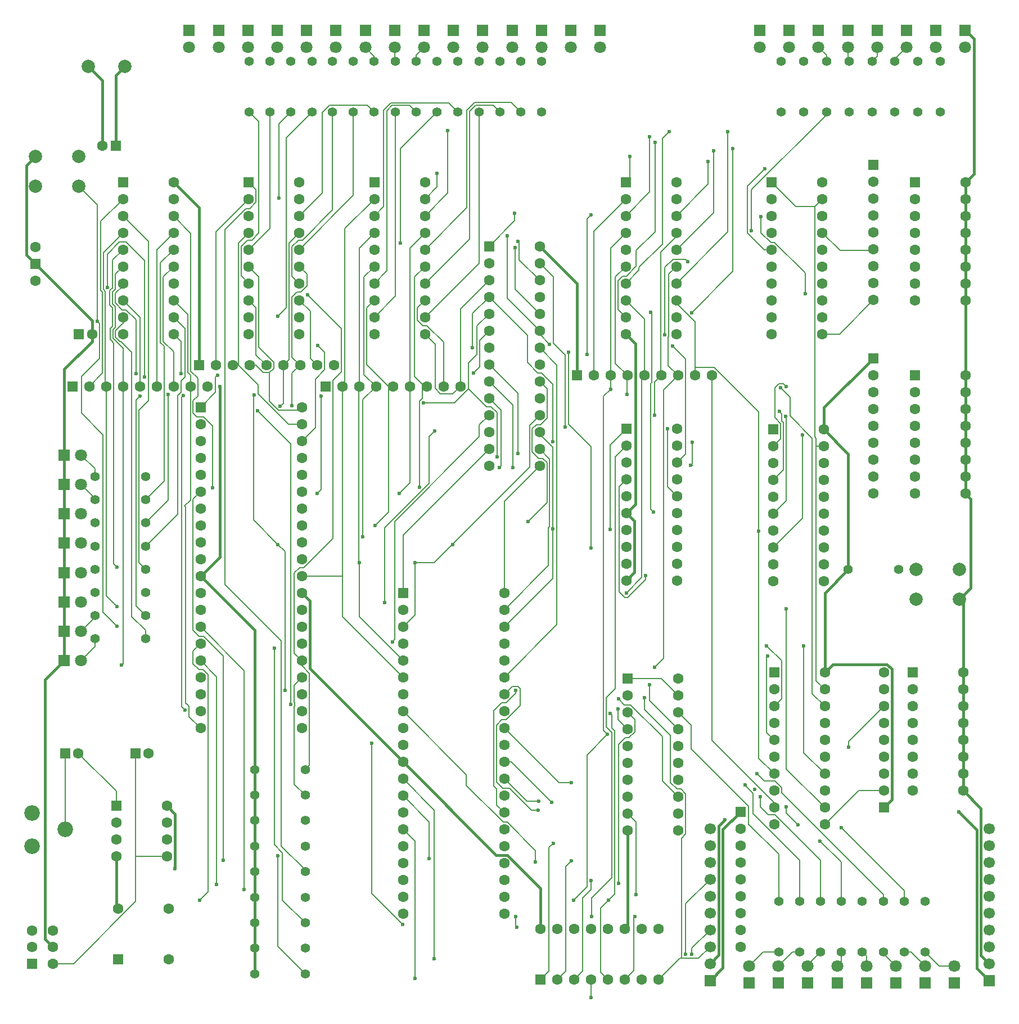
<source format=gbr>
%TF.GenerationSoftware,KiCad,Pcbnew,9.0.4*%
%TF.CreationDate,2025-09-10T16:43:47+09:00*%
%TF.ProjectId,Z80______,5a3830de-a4b3-4f33-965c-2e6b69636164,rev?*%
%TF.SameCoordinates,Original*%
%TF.FileFunction,Copper,L2,Bot*%
%TF.FilePolarity,Positive*%
%FSLAX46Y46*%
G04 Gerber Fmt 4.6, Leading zero omitted, Abs format (unit mm)*
G04 Created by KiCad (PCBNEW 9.0.4) date 2025-09-10 16:43:47*
%MOMM*%
%LPD*%
G01*
G04 APERTURE LIST*
G04 Aperture macros list*
%AMRoundRect*
0 Rectangle with rounded corners*
0 $1 Rounding radius*
0 $2 $3 $4 $5 $6 $7 $8 $9 X,Y pos of 4 corners*
0 Add a 4 corners polygon primitive as box body*
4,1,4,$2,$3,$4,$5,$6,$7,$8,$9,$2,$3,0*
0 Add four circle primitives for the rounded corners*
1,1,$1+$1,$2,$3*
1,1,$1+$1,$4,$5*
1,1,$1+$1,$6,$7*
1,1,$1+$1,$8,$9*
0 Add four rect primitives between the rounded corners*
20,1,$1+$1,$2,$3,$4,$5,0*
20,1,$1+$1,$4,$5,$6,$7,0*
20,1,$1+$1,$6,$7,$8,$9,0*
20,1,$1+$1,$8,$9,$2,$3,0*%
G04 Aperture macros list end*
%TA.AperFunction,ComponentPad*%
%ADD10C,1.400000*%
%TD*%
%TA.AperFunction,ComponentPad*%
%ADD11R,1.800000X1.800000*%
%TD*%
%TA.AperFunction,ComponentPad*%
%ADD12C,1.800000*%
%TD*%
%TA.AperFunction,ComponentPad*%
%ADD13R,1.500000X1.500000*%
%TD*%
%TA.AperFunction,ComponentPad*%
%ADD14C,1.600000*%
%TD*%
%TA.AperFunction,ComponentPad*%
%ADD15R,1.600000X1.600000*%
%TD*%
%TA.AperFunction,ComponentPad*%
%ADD16RoundRect,0.250000X0.550000X0.550000X-0.550000X0.550000X-0.550000X-0.550000X0.550000X-0.550000X0*%
%TD*%
%TA.AperFunction,ComponentPad*%
%ADD17RoundRect,0.250000X-0.550000X-0.550000X0.550000X-0.550000X0.550000X0.550000X-0.550000X0.550000X0*%
%TD*%
%TA.AperFunction,ComponentPad*%
%ADD18R,1.700000X1.700000*%
%TD*%
%TA.AperFunction,ComponentPad*%
%ADD19C,1.700000*%
%TD*%
%TA.AperFunction,ComponentPad*%
%ADD20C,2.340000*%
%TD*%
%TA.AperFunction,ComponentPad*%
%ADD21C,2.000000*%
%TD*%
%TA.AperFunction,ComponentPad*%
%ADD22RoundRect,0.250000X0.550000X-0.550000X0.550000X0.550000X-0.550000X0.550000X-0.550000X-0.550000X0*%
%TD*%
%TA.AperFunction,ViaPad*%
%ADD23C,0.600000*%
%TD*%
%TA.AperFunction,Conductor*%
%ADD24C,0.200000*%
%TD*%
%TA.AperFunction,Conductor*%
%ADD25C,0.400000*%
%TD*%
G04 APERTURE END LIST*
D10*
%TO.P,R47,2*%
%TO.N,Net-(74HCT244-7-1Y1)*%
X144800000Y-160690000D03*
%TO.P,R47,1*%
%TO.N,Net-(O1-A)*%
X144800000Y-168310000D03*
%TD*%
%TO.P,R10,1*%
%TO.N,Net-(A10-A)*%
X74470000Y-34290000D03*
%TO.P,R10,2*%
%TO.N,Net-(U1-1Y2)*%
X74470000Y-41910000D03*
%TD*%
%TO.P,R28,1*%
%TO.N,Net-(MREQ0-A)*%
X38735000Y-114191143D03*
%TO.P,R28,2*%
%TO.N,Net-(U3-2Y1)*%
X46355000Y-114191143D03*
%TD*%
D11*
%TO.P,IORQ,1,K*%
%TO.N,GND*%
X34095000Y-120038800D03*
D12*
%TO.P,IORQ,2,A*%
%TO.N,Net-(IORQ0-A)*%
X36635000Y-120038800D03*
%TD*%
D10*
%TO.P,R30,1*%
%TO.N,Net-(BUSACK0-A)*%
X38735000Y-121158000D03*
%TO.P,R30,2*%
%TO.N,Net-(U3-2Y3)*%
X46355000Y-121158000D03*
%TD*%
D13*
%TO.P,BUSRQ,1*%
%TO.N,GND*%
X29743400Y-64770000D03*
D14*
%TO.P,BUSRQ,2*%
%TO.N,Net-(U4-~{BUSRQ})*%
X29743400Y-62230000D03*
%TO.P,BUSRQ,3*%
%TO.N,N/C*%
X29743400Y-67310000D03*
%TD*%
D15*
%TO.P,RN7,1,common*%
%TO.N,VCC*%
X135890000Y-147193000D03*
D14*
%TO.P,RN7,2,R1*%
%TO.N,Net-(J2-Pin_10)*%
X135890000Y-149733000D03*
%TO.P,RN7,3,R2*%
%TO.N,Net-(J2-Pin_9)*%
X135890000Y-152273000D03*
%TO.P,RN7,4,R3*%
%TO.N,Net-(J2-Pin_8)*%
X135890000Y-154813000D03*
%TO.P,RN7,5,R4*%
%TO.N,Net-(J2-Pin_7)*%
X135890000Y-157353000D03*
%TO.P,RN7,6,R5*%
%TO.N,Net-(J2-Pin_6)*%
X135890000Y-159893000D03*
%TO.P,RN7,7,R6*%
%TO.N,Net-(J2-Pin_5)*%
X135890000Y-162433000D03*
%TO.P,RN7,8,R7*%
%TO.N,Net-(J2-Pin_4)*%
X135890000Y-164973000D03*
%TO.P,RN7,9,R8*%
%TO.N,Net-(J2-Pin_3)*%
X135890000Y-167513000D03*
%TD*%
D16*
%TO.P,100uF,1*%
%TO.N,VCC*%
X41859200Y-46939200D03*
D14*
%TO.P,100uF,2*%
%TO.N,GND*%
X39859200Y-46939200D03*
%TD*%
D15*
%TO.P,RN2,1,common*%
%TO.N,VCC*%
X54356000Y-80010000D03*
D14*
%TO.P,RN2,2,R1*%
%TO.N,Net-(RN2-R1)*%
X56896000Y-80010000D03*
%TO.P,RN2,3,R2*%
%TO.N,Net-(RN2-R2)*%
X59436000Y-80010000D03*
%TO.P,RN2,4,R3*%
%TO.N,Net-(RN2-R3)*%
X61976000Y-80010000D03*
%TO.P,RN2,5,R4*%
%TO.N,Net-(RN2-R4)*%
X64516000Y-80010000D03*
%TO.P,RN2,6,R5*%
%TO.N,Net-(RN2-R5)*%
X67056000Y-80010000D03*
%TO.P,RN2,7,R6*%
%TO.N,Net-(RN2-R6)*%
X69596000Y-80010000D03*
%TO.P,RN2,8,R7*%
%TO.N,Net-(RN2-R7)*%
X72136000Y-80010000D03*
%TO.P,RN2,9,R8*%
%TO.N,unconnected-(RN2-R8-Pad9)*%
X74676000Y-80010000D03*
%TD*%
D15*
%TO.P,RN4,1,common*%
%TO.N,VCC*%
X155879800Y-78968600D03*
D14*
%TO.P,RN4,2,R1*%
%TO.N,Net-(RN4-R1)*%
X155879800Y-81508600D03*
%TO.P,RN4,3,R2*%
%TO.N,Net-(RN4-R2)*%
X155879800Y-84048600D03*
%TO.P,RN4,4,R3*%
%TO.N,Net-(RN4-R3)*%
X155879800Y-86588600D03*
%TO.P,RN4,5,R4*%
%TO.N,Net-(RN4-R4)*%
X155879800Y-89128600D03*
%TO.P,RN4,6,R5*%
%TO.N,Net-(RN4-R5)*%
X155879800Y-91668600D03*
%TO.P,RN4,7,R6*%
%TO.N,Net-(RN4-R6)*%
X155879800Y-94208600D03*
%TO.P,RN4,8,R7*%
%TO.N,Net-(RN4-R7)*%
X155879800Y-96748600D03*
%TO.P,RN4,9,R8*%
%TO.N,unconnected-(RN4-R8-Pad9)*%
X155879800Y-99288600D03*
%TD*%
D10*
%TO.P,R44,1*%
%TO.N,Net-(O4-A)*%
X154250000Y-168310000D03*
%TO.P,R44,2*%
%TO.N,Net-(74HCT244-7-2Y0)*%
X154250000Y-160690000D03*
%TD*%
%TO.P,R12,1*%
%TO.N,Net-(A12-A)*%
X68224000Y-34290000D03*
%TO.P,R12,2*%
%TO.N,Net-(U1-2Y0)*%
X68224000Y-41910000D03*
%TD*%
D17*
%TO.P,0.01uF,1*%
%TO.N,Net-(U13-CV)*%
X44805600Y-138404600D03*
D14*
%TO.P,0.01uF,2*%
%TO.N,Net-(U13-GND)*%
X46805600Y-138404600D03*
%TD*%
D17*
%TO.P,10uF,1*%
%TO.N,Net-(U4-~{RESET})*%
X36281300Y-75311000D03*
D14*
%TO.P,10uF,2*%
%TO.N,GND*%
X38281300Y-75311000D03*
%TD*%
D11*
%TO.P,M1,1,K*%
%TO.N,GND*%
X34095000Y-97938800D03*
D12*
%TO.P,M1,2,A*%
%TO.N,Net-(M0-A)*%
X36635000Y-97938800D03*
%TD*%
D11*
%TO.P,D1,1,K*%
%TO.N,GND*%
X165331000Y-29591000D03*
D12*
%TO.P,D1,2,A*%
%TO.N,Net-(D1-A)*%
X165331000Y-32131000D03*
%TD*%
D11*
%TO.P,A2,1,K*%
%TO.N,GND*%
X105945000Y-29591000D03*
D12*
%TO.P,A2,2,A*%
%TO.N,Net-(A2-A)*%
X105945000Y-32131000D03*
%TD*%
D10*
%TO.P,R48,1*%
%TO.N,Net-(O0-A)*%
X141650000Y-168310000D03*
%TO.P,R48,2*%
%TO.N,Net-(74HCT244-7-1Y0)*%
X141650000Y-160690000D03*
%TD*%
D11*
%TO.P,O2,1,K*%
%TO.N,GND*%
X146040000Y-172970000D03*
D12*
%TO.P,O2,2,A*%
%TO.N,Net-(O2-A)*%
X146040000Y-170430000D03*
%TD*%
D10*
%TO.P,R26,1*%
%TO.N,Net-(RD0-A)*%
X38735000Y-107224286D03*
%TO.P,R26,2*%
%TO.N,Net-(U3-1Y3)*%
X46355000Y-107224286D03*
%TD*%
D17*
%TO.P,74HCT244-5,1,1OE*%
%TO.N,Net-(RN0-R8)*%
X118745000Y-89535000D03*
D14*
%TO.P,74HCT244-5,2,1A0*%
%TO.N,Net-(U10-1A0)*%
X118745000Y-92075000D03*
%TO.P,74HCT244-5,3,2Y0*%
%TO.N,unconnected-(U10-2Y0-Pad3)*%
X118745000Y-94615000D03*
%TO.P,74HCT244-5,4,1A1*%
%TO.N,Net-(U10-1A1)*%
X118745000Y-97155000D03*
%TO.P,74HCT244-5,5,2Y1*%
%TO.N,unconnected-(U10-2Y1-Pad5)*%
X118745000Y-99695000D03*
%TO.P,74HCT244-5,6,1A2*%
%TO.N,GND*%
X118745000Y-102235000D03*
%TO.P,74HCT244-5,7,2Y2*%
%TO.N,unconnected-(U10-2Y2-Pad7)*%
X118745000Y-104775000D03*
%TO.P,74HCT244-5,8,1A3*%
%TO.N,unconnected-(U10-1A3-Pad8)*%
X118745000Y-107315000D03*
%TO.P,74HCT244-5,9,2Y3*%
%TO.N,unconnected-(U10-2Y3-Pad9)*%
X118745000Y-109855000D03*
%TO.P,74HCT244-5,10,GND*%
%TO.N,GND*%
X118745000Y-112395000D03*
%TO.P,74HCT244-5,11,2A3*%
%TO.N,unconnected-(U10-2A3-Pad11)*%
X126365000Y-112395000D03*
%TO.P,74HCT244-5,12,1Y3*%
%TO.N,unconnected-(U10-1Y3-Pad12)*%
X126365000Y-109855000D03*
%TO.P,74HCT244-5,13,2A2*%
%TO.N,unconnected-(U10-2A2-Pad13)*%
X126365000Y-107315000D03*
%TO.P,74HCT244-5,14,1Y2*%
%TO.N,Net-(RN0-R6)*%
X126365000Y-104775000D03*
%TO.P,74HCT244-5,15,2A1*%
%TO.N,unconnected-(U10-2A1-Pad15)*%
X126365000Y-102235000D03*
%TO.P,74HCT244-5,16,1Y1*%
%TO.N,Net-(RN0-R5)*%
X126365000Y-99695000D03*
%TO.P,74HCT244-5,17,2A0*%
%TO.N,unconnected-(U10-2A0-Pad17)*%
X126365000Y-97155000D03*
%TO.P,74HCT244-5,18,1Y0*%
%TO.N,Net-(RN0-R4)*%
X126365000Y-94615000D03*
%TO.P,74HCT244-5,19,2OE*%
%TO.N,Net-(RN0-R8)*%
X126365000Y-92075000D03*
%TO.P,74HCT244-5,20,VCC*%
%TO.N,VCC*%
X126365000Y-89535000D03*
%TD*%
D10*
%TO.P,R2,1*%
%TO.N,Net-(A2-A)*%
X99670000Y-34290000D03*
%TO.P,R2,2*%
%TO.N,Net-(U0-1Y2)*%
X99670000Y-41910000D03*
%TD*%
D15*
%TO.P,RN1,1,common*%
%TO.N,VCC*%
X111252000Y-81534000D03*
D14*
%TO.P,RN1,2,R1*%
%TO.N,Net-(RN1-R1)*%
X113792000Y-81534000D03*
%TO.P,RN1,3,R2*%
%TO.N,Net-(RN1-R2)*%
X116332000Y-81534000D03*
%TO.P,RN1,4,R3*%
%TO.N,Net-(RN1-R3)*%
X118872000Y-81534000D03*
%TO.P,RN1,5,R4*%
%TO.N,Net-(RN1-R4)*%
X121412000Y-81534000D03*
%TO.P,RN1,6,R5*%
%TO.N,Net-(RN1-R5)*%
X123952000Y-81534000D03*
%TO.P,RN1,7,R6*%
%TO.N,Net-(RN1-R6)*%
X126492000Y-81534000D03*
%TO.P,RN1,8,R7*%
%TO.N,Net-(RN1-R7)*%
X129032000Y-81534000D03*
%TO.P,RN1,9,R8*%
%TO.N,Net-(RN1-R8)*%
X131572000Y-81534000D03*
%TD*%
D10*
%TO.P,R7,1*%
%TO.N,Net-(A7-A)*%
X83920000Y-34290000D03*
%TO.P,R7,2*%
%TO.N,Net-(U0-2Y3)*%
X83920000Y-41910000D03*
%TD*%
D18*
%TO.P,PB,1,Pin_1*%
%TO.N,VCC*%
X173355000Y-172593000D03*
D19*
%TO.P,PB,2,Pin_2*%
%TO.N,GND*%
X173355000Y-170053000D03*
%TO.P,PB,3,Pin_3*%
%TO.N,Net-(74HCT244-7-2Y3)*%
X173355000Y-167513000D03*
%TO.P,PB,4,Pin_4*%
%TO.N,Net-(74HCT244-7-2Y2)*%
X173355000Y-164973000D03*
%TO.P,PB,5,Pin_5*%
%TO.N,Net-(74HCT244-7-2Y1)*%
X173355000Y-162433000D03*
%TO.P,PB,6,Pin_6*%
%TO.N,Net-(74HCT244-7-2Y0)*%
X173355000Y-159893000D03*
%TO.P,PB,7,Pin_7*%
%TO.N,Net-(74HCT244-7-1Y3)*%
X173355000Y-157353000D03*
%TO.P,PB,8,Pin_8*%
%TO.N,Net-(74HCT244-7-1Y2)*%
X173355000Y-154813000D03*
%TO.P,PB,9,Pin_9*%
%TO.N,Net-(74HCT244-7-1Y1)*%
X173355000Y-152273000D03*
%TO.P,PB,10,Pin_10*%
%TO.N,Net-(74HCT244-7-1Y0)*%
X173355000Y-149733000D03*
%TD*%
D11*
%TO.P,O5,1,K*%
%TO.N,GND*%
X159300000Y-172970000D03*
D12*
%TO.P,O5,2,A*%
%TO.N,Net-(O5-A)*%
X159300000Y-170430000D03*
%TD*%
D11*
%TO.P,MREQ,1,K*%
%TO.N,GND*%
X34095000Y-115618800D03*
D12*
%TO.P,MREQ,2,A*%
%TO.N,Net-(MREQ0-A)*%
X36635000Y-115618800D03*
%TD*%
D17*
%TO.P,74HCT244-1,1,1OE*%
%TO.N,Net-(U0-1OE)*%
X61849000Y-52451000D03*
D14*
%TO.P,74HCT244-1,2,1A0*%
%TO.N,Net-(RN2-R1)*%
X61849000Y-54991000D03*
%TO.P,74HCT244-1,3,2Y0*%
%TO.N,Net-(U1-2Y0)*%
X61849000Y-57531000D03*
%TO.P,74HCT244-1,4,1A1*%
%TO.N,Net-(RN2-R2)*%
X61849000Y-60071000D03*
%TO.P,74HCT244-1,5,2Y1*%
%TO.N,Net-(U1-2Y1)*%
X61849000Y-62611000D03*
%TO.P,74HCT244-1,6,1A2*%
%TO.N,Net-(RN2-R3)*%
X61849000Y-65151000D03*
%TO.P,74HCT244-1,7,2Y2*%
%TO.N,Net-(U1-2Y2)*%
X61849000Y-67691000D03*
%TO.P,74HCT244-1,8,1A3*%
%TO.N,Net-(RN2-R4)*%
X61849000Y-70231000D03*
%TO.P,74HCT244-1,9,2Y3*%
%TO.N,unconnected-(U1-2Y3-Pad9)*%
X61849000Y-72771000D03*
%TO.P,74HCT244-1,10,GND*%
%TO.N,GND*%
X61849000Y-75311000D03*
%TO.P,74HCT244-1,11,2A3*%
%TO.N,unconnected-(U1-2A3-Pad11)*%
X69469000Y-75311000D03*
%TO.P,74HCT244-1,12,1Y3*%
%TO.N,Net-(U1-1Y3)*%
X69469000Y-72771000D03*
%TO.P,74HCT244-1,13,2A2*%
%TO.N,Net-(RN2-R7)*%
X69469000Y-70231000D03*
%TO.P,74HCT244-1,14,1Y2*%
%TO.N,Net-(U1-1Y2)*%
X69469000Y-67691000D03*
%TO.P,74HCT244-1,15,2A1*%
%TO.N,Net-(RN2-R6)*%
X69469000Y-65151000D03*
%TO.P,74HCT244-1,16,1Y1*%
%TO.N,Net-(U1-1Y1)*%
X69469000Y-62611000D03*
%TO.P,74HCT244-1,17,2A0*%
%TO.N,Net-(RN2-R5)*%
X69469000Y-60071000D03*
%TO.P,74HCT244-1,18,1Y0*%
%TO.N,Net-(U1-1Y0)*%
X69469000Y-57531000D03*
%TO.P,74HCT244-1,19,2OE*%
%TO.N,Net-(U0-1OE)*%
X69469000Y-54991000D03*
%TO.P,74HCT244-1,20,VCC*%
%TO.N,VCC*%
X69469000Y-52451000D03*
%TD*%
D10*
%TO.P,R0,1*%
%TO.N,Net-(A0-A)*%
X105970000Y-34290000D03*
%TO.P,R0,2*%
%TO.N,Net-(U0-1Y0)*%
X105970000Y-41910000D03*
%TD*%
%TO.P,R24,1*%
%TO.N,Net-(M0-A)*%
X38735000Y-100257429D03*
%TO.P,R24,2*%
%TO.N,Net-(U3-1Y1)*%
X46355000Y-100257429D03*
%TD*%
D15*
%TO.P,RN0,1,common*%
%TO.N,VCC*%
X35306000Y-83185000D03*
D14*
%TO.P,RN0,2,R1*%
%TO.N,Net-(RN0-R1)*%
X37846000Y-83185000D03*
%TO.P,RN0,3,R2*%
%TO.N,Net-(RN0-R2)*%
X40386000Y-83185000D03*
%TO.P,RN0,4,R3*%
%TO.N,Net-(RN0-R3)*%
X42926000Y-83185000D03*
%TO.P,RN0,5,R4*%
%TO.N,Net-(RN0-R4)*%
X45466000Y-83185000D03*
%TO.P,RN0,6,R5*%
%TO.N,Net-(RN0-R5)*%
X48006000Y-83185000D03*
%TO.P,RN0,7,R6*%
%TO.N,Net-(RN0-R6)*%
X50546000Y-83185000D03*
%TO.P,RN0,8,R7*%
%TO.N,Net-(RN0-R7)*%
X53086000Y-83185000D03*
%TO.P,RN0,9,R8*%
%TO.N,Net-(RN0-R8)*%
X55626000Y-83185000D03*
%TD*%
D10*
%TO.P,R42,1*%
%TO.N,Net-(O6-A)*%
X160550000Y-168310000D03*
%TO.P,R42,2*%
%TO.N,Net-(74HCT244-7-2Y2)*%
X160550000Y-160690000D03*
%TD*%
D18*
%TO.P,PA,1,Pin_1*%
%TO.N,VCC*%
X131318000Y-172593000D03*
D19*
%TO.P,PA,2,Pin_2*%
%TO.N,GND*%
X131318000Y-170053000D03*
%TO.P,PA,3,Pin_3*%
%TO.N,Net-(J2-Pin_3)*%
X131318000Y-167513000D03*
%TO.P,PA,4,Pin_4*%
%TO.N,Net-(J2-Pin_4)*%
X131318000Y-164973000D03*
%TO.P,PA,5,Pin_5*%
%TO.N,Net-(J2-Pin_5)*%
X131318000Y-162433000D03*
%TO.P,PA,6,Pin_6*%
%TO.N,Net-(J2-Pin_6)*%
X131318000Y-159893000D03*
%TO.P,PA,7,Pin_7*%
%TO.N,Net-(J2-Pin_7)*%
X131318000Y-157353000D03*
%TO.P,PA,8,Pin_8*%
%TO.N,Net-(J2-Pin_8)*%
X131318000Y-154813000D03*
%TO.P,PA,9,Pin_9*%
%TO.N,Net-(J2-Pin_9)*%
X131318000Y-152273000D03*
%TO.P,PA,10,Pin_10*%
%TO.N,Net-(J2-Pin_10)*%
X131318000Y-149733000D03*
%TD*%
D11*
%TO.P,O4,1,K*%
%TO.N,GND*%
X154880000Y-172970000D03*
D12*
%TO.P,O4,2,A*%
%TO.N,Net-(O4-A)*%
X154880000Y-170430000D03*
%TD*%
D11*
%TO.P,O7,1,K*%
%TO.N,GND*%
X168140000Y-172970000D03*
D12*
%TO.P,O7,2,A*%
%TO.N,Net-(O7-A)*%
X168140000Y-170430000D03*
%TD*%
D11*
%TO.P,WAIT,1,K*%
%TO.N,GND*%
X34095000Y-102358800D03*
D12*
%TO.P,WAIT,2,A*%
%TO.N,Net-(WAIT0-A)*%
X36635000Y-102358800D03*
%TD*%
D10*
%TO.P,R1,1*%
%TO.N,Net-(A1-A)*%
X102820000Y-34290000D03*
%TO.P,R1,2*%
%TO.N,Net-(U0-1Y1)*%
X102820000Y-41910000D03*
%TD*%
%TO.P,R31,1*%
%TO.N,VCC*%
X62738000Y-156210000D03*
%TO.P,R31,2*%
%TO.N,Net-(U0-1OE)*%
X70358000Y-156210000D03*
%TD*%
D17*
%TO.P,Z80 CPU,1,A11*%
%TO.N,Net-(RN2-R4)*%
X54610000Y-86365000D03*
D14*
%TO.P,Z80 CPU,2,A12*%
%TO.N,Net-(RN2-R5)*%
X54610000Y-88905000D03*
%TO.P,Z80 CPU,3,A13*%
%TO.N,Net-(RN2-R6)*%
X54610000Y-91445000D03*
%TO.P,Z80 CPU,4,A14*%
%TO.N,Net-(RN2-R7)*%
X54610000Y-93985000D03*
%TO.P,Z80 CPU,5,A15*%
%TO.N,unconnected-(U4-A15-Pad5)*%
X54610000Y-96525000D03*
%TO.P,Z80 CPU,6,~{CLK}*%
%TO.N,Net-(RN0-R1)*%
X54610000Y-99065000D03*
%TO.P,Z80 CPU,7,D4*%
%TO.N,Net-(RN1-R5)*%
X54610000Y-101605000D03*
%TO.P,Z80 CPU,8,D3*%
%TO.N,Net-(RN1-R4)*%
X54610000Y-104145000D03*
%TO.P,Z80 CPU,9,D5*%
%TO.N,Net-(RN1-R6)*%
X54610000Y-106685000D03*
%TO.P,Z80 CPU,10,D6*%
%TO.N,Net-(RN1-R7)*%
X54610000Y-109225000D03*
%TO.P,Z80 CPU,11,VCC*%
%TO.N,VCC*%
X54610000Y-111765000D03*
%TO.P,Z80 CPU,12,D2*%
%TO.N,Net-(RN1-R3)*%
X54610000Y-114305000D03*
%TO.P,Z80 CPU,13,D7*%
%TO.N,Net-(RN1-R8)*%
X54610000Y-116845000D03*
%TO.P,Z80 CPU,14,D0*%
%TO.N,Net-(RN1-R1)*%
X54610000Y-119385000D03*
%TO.P,Z80 CPU,15,D1*%
%TO.N,Net-(RN1-R2)*%
X54610000Y-121925000D03*
%TO.P,Z80 CPU,16,~{INT}*%
%TO.N,Net-(U4-~{INT})*%
X54610000Y-124465000D03*
%TO.P,Z80 CPU,17,~{NMI}*%
%TO.N,Net-(RN0-R3)*%
X54610000Y-127005000D03*
%TO.P,Z80 CPU,18,~{HALT}*%
%TO.N,unconnected-(U4-~{HALT}-Pad18)*%
X54610000Y-129545000D03*
%TO.P,Z80 CPU,19,~{MREQ}*%
%TO.N,Net-(RN0-R6)*%
X54610000Y-132085000D03*
%TO.P,Z80 CPU,20,~{IORQ}*%
%TO.N,Net-(RN0-R7)*%
X54610000Y-134625000D03*
%TO.P,Z80 CPU,21,~{RD}*%
%TO.N,Net-(RN0-R4)*%
X69850000Y-134625000D03*
%TO.P,Z80 CPU,22,~{WR}*%
%TO.N,Net-(RN0-R5)*%
X69850000Y-132085000D03*
%TO.P,Z80 CPU,23,~{BUSACK}*%
%TO.N,Net-(RN0-R8)*%
X69850000Y-129545000D03*
%TO.P,Z80 CPU,24,~{WAIT}*%
%TO.N,Net-(RN0-R3)*%
X69850000Y-127005000D03*
%TO.P,Z80 CPU,25,~{BUSRQ}*%
%TO.N,Net-(U4-~{BUSRQ})*%
X69850000Y-124465000D03*
%TO.P,Z80 CPU,26,~{RESET}*%
%TO.N,Net-(U4-~{RESET})*%
X69850000Y-121925000D03*
%TO.P,Z80 CPU,27,~{M1}*%
%TO.N,Net-(RN0-R2)*%
X69850000Y-119385000D03*
%TO.P,Z80 CPU,28,~{RFSH}*%
%TO.N,unconnected-(U4-~{RFSH}-Pad28)*%
X69850000Y-116845000D03*
%TO.P,Z80 CPU,29,GND*%
%TO.N,GND*%
X69850000Y-114305000D03*
%TO.P,Z80 CPU,30,A0*%
%TO.N,Net-(RN3-R1)*%
X69850000Y-111765000D03*
%TO.P,Z80 CPU,31,A1*%
%TO.N,Net-(RN3-R2)*%
X69850000Y-109225000D03*
%TO.P,Z80 CPU,32,A2*%
%TO.N,Net-(RN3-R3)*%
X69850000Y-106685000D03*
%TO.P,Z80 CPU,33,A3*%
%TO.N,Net-(RN3-R4)*%
X69850000Y-104145000D03*
%TO.P,Z80 CPU,34,A4*%
%TO.N,Net-(RN3-R5)*%
X69850000Y-101605000D03*
%TO.P,Z80 CPU,35,A5*%
%TO.N,Net-(RN3-R6)*%
X69850000Y-99065000D03*
%TO.P,Z80 CPU,36,A6*%
%TO.N,Net-(RN3-R7)*%
X69850000Y-96525000D03*
%TO.P,Z80 CPU,37,A7*%
%TO.N,Net-(RN3-R8)*%
X69850000Y-93985000D03*
%TO.P,Z80 CPU,38,A8*%
%TO.N,Net-(RN2-R1)*%
X69850000Y-91445000D03*
%TO.P,Z80 CPU,39,A9*%
%TO.N,Net-(RN2-R2)*%
X69850000Y-88905000D03*
%TO.P,Z80 CPU,40,A10*%
%TO.N,Net-(RN2-R3)*%
X69850000Y-86365000D03*
%TD*%
D10*
%TO.P,R34,1*%
%TO.N,VCC*%
X62738000Y-144684700D03*
%TO.P,R34,2*%
%TO.N,Net-(RN0-R3)*%
X70358000Y-144684700D03*
%TD*%
%TO.P,R46,1*%
%TO.N,Net-(O2-A)*%
X147950000Y-168310000D03*
%TO.P,R46,2*%
%TO.N,Net-(74HCT244-7-1Y2)*%
X147950000Y-160690000D03*
%TD*%
D17*
%TO.P,74HCT244-0,1,1OE*%
%TO.N,Net-(U0-1OE)*%
X42926000Y-52451000D03*
D14*
%TO.P,74HCT244-0,2,1A0*%
%TO.N,Net-(RN0-R1)*%
X42926000Y-54991000D03*
%TO.P,74HCT244-0,3,2Y0*%
%TO.N,Net-(U3-2Y0)*%
X42926000Y-57531000D03*
%TO.P,74HCT244-0,4,1A1*%
%TO.N,Net-(RN0-R2)*%
X42926000Y-60071000D03*
%TO.P,74HCT244-0,5,2Y1*%
%TO.N,Net-(U3-2Y1)*%
X42926000Y-62611000D03*
%TO.P,74HCT244-0,6,1A2*%
%TO.N,Net-(RN0-R3)*%
X42926000Y-65151000D03*
%TO.P,74HCT244-0,7,2Y2*%
%TO.N,Net-(U3-2Y2)*%
X42926000Y-67691000D03*
%TO.P,74HCT244-0,8,1A3*%
%TO.N,Net-(RN0-R4)*%
X42926000Y-70231000D03*
%TO.P,74HCT244-0,9,2Y3*%
%TO.N,Net-(U3-2Y3)*%
X42926000Y-72771000D03*
%TO.P,74HCT244-0,10,GND*%
%TO.N,GND*%
X42926000Y-75311000D03*
%TO.P,74HCT244-0,11,2A3*%
%TO.N,Net-(RN0-R8)*%
X50546000Y-75311000D03*
%TO.P,74HCT244-0,12,1Y3*%
%TO.N,Net-(U3-1Y3)*%
X50546000Y-72771000D03*
%TO.P,74HCT244-0,13,2A2*%
%TO.N,Net-(RN0-R7)*%
X50546000Y-70231000D03*
%TO.P,74HCT244-0,14,1Y2*%
%TO.N,Net-(U3-1Y2)*%
X50546000Y-67691000D03*
%TO.P,74HCT244-0,15,2A1*%
%TO.N,Net-(RN0-R6)*%
X50546000Y-65151000D03*
%TO.P,74HCT244-0,16,1Y1*%
%TO.N,Net-(U3-1Y1)*%
X50546000Y-62611000D03*
%TO.P,74HCT244-0,17,2A0*%
%TO.N,Net-(RN0-R5)*%
X50546000Y-60071000D03*
%TO.P,74HCT244-0,18,1Y0*%
%TO.N,Net-(U3-1Y0)*%
X50546000Y-57531000D03*
%TO.P,74HCT244-0,19,2OE*%
%TO.N,Net-(U0-1OE)*%
X50546000Y-54991000D03*
%TO.P,74HCT244-0,20,VCC*%
%TO.N,VCC*%
X50546000Y-52451000D03*
%TD*%
D11*
%TO.P,A9,1,K*%
%TO.N,GND*%
X75005000Y-29591000D03*
D12*
%TO.P,A9,2,A*%
%TO.N,Net-(A9-A)*%
X75005000Y-32131000D03*
%TD*%
D10*
%TO.P,R17,1*%
%TO.N,Net-(D2-A)*%
X159131000Y-34290000D03*
%TO.P,R17,2*%
%TO.N,Net-(U2-1Y2)*%
X159131000Y-41910000D03*
%TD*%
D11*
%TO.P,D5,1,K*%
%TO.N,GND*%
X147651000Y-29591000D03*
D12*
%TO.P,D5,2,A*%
%TO.N,Net-(D5-A)*%
X147651000Y-32131000D03*
%TD*%
D10*
%TO.P,R27,1*%
%TO.N,Net-(WR0-A)*%
X38735000Y-110707714D03*
%TO.P,R27,2*%
%TO.N,Net-(U3-2Y0)*%
X46355000Y-110707714D03*
%TD*%
D15*
%TO.P,CLOCK ch,1,A*%
%TO.N,Net-(Y0-OUT)*%
X29210000Y-170047500D03*
D14*
%TO.P,CLOCK ch,2,B*%
%TO.N,Net-(RN0-R1)*%
X29210000Y-167547500D03*
%TO.P,CLOCK ch,3,C*%
%TO.N,Net-(U13-Q)*%
X29210000Y-165047500D03*
%TO.P,CLOCK ch,4,A*%
%TO.N,Net-(U13-CV)*%
X32410000Y-170047500D03*
%TO.P,CLOCK ch,5,B*%
%TO.N,GND*%
X32410000Y-167547500D03*
%TO.P,CLOCK ch,6,C*%
%TO.N,Net-(Y0-GND)*%
X32410000Y-165047500D03*
%TD*%
D10*
%TO.P,R16,1*%
%TO.N,Net-(D1-A)*%
X162560000Y-34290000D03*
%TO.P,R16,2*%
%TO.N,Net-(U2-1Y1)*%
X162560000Y-41910000D03*
%TD*%
%TO.P,R38,1*%
%TO.N,VCC*%
X152140000Y-110750000D03*
%TO.P,R38,2*%
%TO.N,Net-(U10-1A1)*%
X159760000Y-110750000D03*
%TD*%
D17*
%TO.P,D7-D0,1*%
%TO.N,Net-(RN8-R8)*%
X161798000Y-126238000D03*
D14*
%TO.P,D7-D0,2*%
%TO.N,Net-(RN8-R7)*%
X161798000Y-128778000D03*
%TO.P,D7-D0,3*%
%TO.N,Net-(RN8-R6)*%
X161798000Y-131318000D03*
%TO.P,D7-D0,4*%
%TO.N,Net-(RN8-R5)*%
X161798000Y-133858000D03*
%TO.P,D7-D0,5*%
%TO.N,Net-(RN8-R4)*%
X161798000Y-136398000D03*
%TO.P,D7-D0,6*%
%TO.N,Net-(RN8-R3)*%
X161798000Y-138938000D03*
%TO.P,D7-D0,7*%
%TO.N,Net-(RN8-R2)*%
X161798000Y-141478000D03*
%TO.P,D7-D0,8*%
%TO.N,Net-(RN8-R1)*%
X161798000Y-144018000D03*
%TO.P,D7-D0,9*%
%TO.N,GND*%
X169418000Y-144018000D03*
%TO.P,D7-D0,10*%
X169418000Y-141478000D03*
%TO.P,D7-D0,11*%
X169418000Y-138938000D03*
%TO.P,D7-D0,12*%
X169418000Y-136398000D03*
%TO.P,D7-D0,13*%
X169418000Y-133858000D03*
%TO.P,D7-D0,14*%
X169418000Y-131318000D03*
%TO.P,D7-D0,15*%
X169418000Y-128778000D03*
%TO.P,D7-D0,16*%
X169418000Y-126238000D03*
%TD*%
D17*
%TO.P,74HCT244-3,1,1OE*%
%TO.N,Net-(U0-1OE)*%
X118618000Y-52451000D03*
D14*
%TO.P,74HCT244-3,2,1A0*%
%TO.N,Net-(RN1-R1)*%
X118618000Y-54991000D03*
%TO.P,74HCT244-3,3,2Y0*%
%TO.N,Net-(U2-2Y0)*%
X118618000Y-57531000D03*
%TO.P,74HCT244-3,4,1A1*%
%TO.N,Net-(RN1-R2)*%
X118618000Y-60071000D03*
%TO.P,74HCT244-3,5,2Y1*%
%TO.N,Net-(U2-2Y1)*%
X118618000Y-62611000D03*
%TO.P,74HCT244-3,6,1A2*%
%TO.N,Net-(RN1-R3)*%
X118618000Y-65151000D03*
%TO.P,74HCT244-3,7,2Y2*%
%TO.N,Net-(U2-2Y2)*%
X118618000Y-67691000D03*
%TO.P,74HCT244-3,8,1A3*%
%TO.N,Net-(RN1-R4)*%
X118618000Y-70231000D03*
%TO.P,74HCT244-3,9,2Y3*%
%TO.N,Net-(U2-2Y3)*%
X118618000Y-72771000D03*
%TO.P,74HCT244-3,10,GND*%
%TO.N,GND*%
X118618000Y-75311000D03*
%TO.P,74HCT244-3,11,2A3*%
%TO.N,Net-(RN1-R8)*%
X126238000Y-75311000D03*
%TO.P,74HCT244-3,12,1Y3*%
%TO.N,Net-(U2-1Y3)*%
X126238000Y-72771000D03*
%TO.P,74HCT244-3,13,2A2*%
%TO.N,Net-(RN1-R7)*%
X126238000Y-70231000D03*
%TO.P,74HCT244-3,14,1Y2*%
%TO.N,Net-(U2-1Y2)*%
X126238000Y-67691000D03*
%TO.P,74HCT244-3,15,2A1*%
%TO.N,Net-(RN1-R6)*%
X126238000Y-65151000D03*
%TO.P,74HCT244-3,16,1Y1*%
%TO.N,Net-(U2-1Y1)*%
X126238000Y-62611000D03*
%TO.P,74HCT244-3,17,2A0*%
%TO.N,Net-(RN1-R5)*%
X126238000Y-60071000D03*
%TO.P,74HCT244-3,18,1Y0*%
%TO.N,Net-(U2-1Y0)*%
X126238000Y-57531000D03*
%TO.P,74HCT244-3,19,2OE*%
%TO.N,Net-(U0-1OE)*%
X126238000Y-54991000D03*
%TO.P,74HCT244-3,20,VCC*%
%TO.N,VCC*%
X126238000Y-52451000D03*
%TD*%
D11*
%TO.P,A13,1,K*%
%TO.N,GND*%
X57325000Y-29591000D03*
D12*
%TO.P,A13,2,A*%
%TO.N,Net-(A13-A)*%
X57325000Y-32131000D03*
%TD*%
D11*
%TO.P,BUSACK,1,K*%
%TO.N,GND*%
X34095000Y-124458800D03*
D12*
%TO.P,BUSACK,2,A*%
%TO.N,Net-(BUSACK0-A)*%
X36635000Y-124458800D03*
%TD*%
D11*
%TO.P,O3,1,K*%
%TO.N,GND*%
X150460000Y-172970000D03*
D12*
%TO.P,O3,2,A*%
%TO.N,Net-(O3-A)*%
X150460000Y-170430000D03*
%TD*%
D17*
%TO.P,74HCT244-4,1,1OE*%
%TO.N,Net-(RN0-R8)*%
X140589000Y-52451000D03*
D14*
%TO.P,74HCT244-4,2,1A0*%
%TO.N,Net-(RN5-R1)*%
X140589000Y-54991000D03*
%TO.P,74HCT244-4,3,2Y0*%
%TO.N,Net-(RN3-R5)*%
X140589000Y-57531000D03*
%TO.P,74HCT244-4,4,1A1*%
%TO.N,Net-(RN5-R2)*%
X140589000Y-60071000D03*
%TO.P,74HCT244-4,5,2Y1*%
%TO.N,Net-(RN3-R6)*%
X140589000Y-62611000D03*
%TO.P,74HCT244-4,6,1A2*%
%TO.N,Net-(RN5-R3)*%
X140589000Y-65151000D03*
%TO.P,74HCT244-4,7,2Y2*%
%TO.N,Net-(RN3-R7)*%
X140589000Y-67691000D03*
%TO.P,74HCT244-4,8,1A3*%
%TO.N,Net-(RN5-R4)*%
X140589000Y-70231000D03*
%TO.P,74HCT244-4,9,2Y3*%
%TO.N,Net-(RN3-R8)*%
X140589000Y-72771000D03*
%TO.P,74HCT244-4,10,GND*%
%TO.N,GND*%
X140589000Y-75311000D03*
%TO.P,74HCT244-4,11,2A3*%
%TO.N,Net-(RN5-R8)*%
X148209000Y-75311000D03*
%TO.P,74HCT244-4,12,1Y3*%
%TO.N,Net-(RN3-R4)*%
X148209000Y-72771000D03*
%TO.P,74HCT244-4,13,2A2*%
%TO.N,Net-(RN5-R7)*%
X148209000Y-70231000D03*
%TO.P,74HCT244-4,14,1Y2*%
%TO.N,Net-(RN3-R3)*%
X148209000Y-67691000D03*
%TO.P,74HCT244-4,15,2A1*%
%TO.N,Net-(RN5-R6)*%
X148209000Y-65151000D03*
%TO.P,74HCT244-4,16,1Y1*%
%TO.N,Net-(RN3-R2)*%
X148209000Y-62611000D03*
%TO.P,74HCT244-4,17,2A0*%
%TO.N,Net-(RN5-R5)*%
X148209000Y-60071000D03*
%TO.P,74HCT244-4,18,1Y0*%
%TO.N,Net-(RN3-R1)*%
X148209000Y-57531000D03*
%TO.P,74HCT244-4,19,2OE*%
%TO.N,Net-(RN0-R8)*%
X148209000Y-54991000D03*
%TO.P,74HCT244-4,20,VCC*%
%TO.N,VCC*%
X148209000Y-52451000D03*
%TD*%
D10*
%TO.P,R45,1*%
%TO.N,Net-(O3-A)*%
X151100000Y-168310000D03*
%TO.P,R45,2*%
%TO.N,Net-(74HCT244-7-1Y3)*%
X151100000Y-160690000D03*
%TD*%
%TO.P,R32,1*%
%TO.N,VCC*%
X62738000Y-163893500D03*
%TO.P,R32,2*%
%TO.N,Net-(U4-~{RESET})*%
X70358000Y-163893500D03*
%TD*%
D11*
%TO.P,A5,1,K*%
%TO.N,GND*%
X92685000Y-29591000D03*
D12*
%TO.P,A5,2,A*%
%TO.N,Net-(A5-A)*%
X92685000Y-32131000D03*
%TD*%
D11*
%TO.P,A3,1,K*%
%TO.N,GND*%
X101525000Y-29591000D03*
D12*
%TO.P,A3,2,A*%
%TO.N,Net-(A3-A)*%
X101525000Y-32131000D03*
%TD*%
D15*
%TO.P,RN8,1,common*%
%TO.N,VCC*%
X157480000Y-146558000D03*
D14*
%TO.P,RN8,2,R1*%
%TO.N,Net-(RN8-R1)*%
X157480000Y-144018000D03*
%TO.P,RN8,3,R2*%
%TO.N,Net-(RN8-R2)*%
X157480000Y-141478000D03*
%TO.P,RN8,4,R3*%
%TO.N,Net-(RN8-R3)*%
X157480000Y-138938000D03*
%TO.P,RN8,5,R4*%
%TO.N,Net-(RN8-R4)*%
X157480000Y-136398000D03*
%TO.P,RN8,6,R5*%
%TO.N,Net-(RN8-R5)*%
X157480000Y-133858000D03*
%TO.P,RN8,7,R6*%
%TO.N,Net-(RN8-R6)*%
X157480000Y-131318000D03*
%TO.P,RN8,8,R7*%
%TO.N,Net-(RN8-R7)*%
X157480000Y-128778000D03*
%TO.P,RN8,9,R8*%
%TO.N,Net-(RN8-R8)*%
X157480000Y-126238000D03*
%TD*%
D11*
%TO.P,O1,1,K*%
%TO.N,GND*%
X141620000Y-172970000D03*
D12*
%TO.P,O1,2,A*%
%TO.N,Net-(O1-A)*%
X141620000Y-170430000D03*
%TD*%
D11*
%TO.P,O6,1,K*%
%TO.N,GND*%
X163720000Y-172970000D03*
D12*
%TO.P,O6,2,A*%
%TO.N,Net-(O6-A)*%
X163720000Y-170430000D03*
%TD*%
D17*
%TO.P,CY7C199,1,A5*%
%TO.N,Net-(RN3-R6)*%
X98044000Y-62103000D03*
D14*
%TO.P,CY7C199,2,A6*%
%TO.N,Net-(RN3-R7)*%
X98044000Y-64643000D03*
%TO.P,CY7C199,3,A7*%
%TO.N,Net-(RN3-R8)*%
X98044000Y-67183000D03*
%TO.P,CY7C199,4,A8*%
%TO.N,Net-(RN2-R1)*%
X98044000Y-69723000D03*
%TO.P,CY7C199,5,A9*%
%TO.N,Net-(RN2-R2)*%
X98044000Y-72263000D03*
%TO.P,CY7C199,6,A10*%
%TO.N,Net-(RN2-R3)*%
X98044000Y-74803000D03*
%TO.P,CY7C199,7,A11*%
%TO.N,Net-(RN2-R4)*%
X98044000Y-77343000D03*
%TO.P,CY7C199,8,A12*%
%TO.N,Net-(RN2-R5)*%
X98044000Y-79883000D03*
%TO.P,CY7C199,9,A13*%
%TO.N,Net-(RN2-R6)*%
X98044000Y-82423000D03*
%TO.P,CY7C199,10,A14*%
%TO.N,Net-(RN2-R7)*%
X98044000Y-84963000D03*
%TO.P,CY7C199,11,D0*%
%TO.N,Net-(RN1-R1)*%
X98044000Y-87503000D03*
%TO.P,CY7C199,12,D1*%
%TO.N,Net-(RN1-R2)*%
X98044000Y-90043000D03*
%TO.P,CY7C199,13,D2*%
%TO.N,Net-(RN1-R3)*%
X98044000Y-92583000D03*
%TO.P,CY7C199,14,GND*%
%TO.N,GND*%
X98044000Y-95123000D03*
%TO.P,CY7C199,15,D3*%
%TO.N,Net-(RN1-R4)*%
X105664000Y-95123000D03*
%TO.P,CY7C199,16,D4*%
%TO.N,Net-(RN1-R5)*%
X105664000Y-92583000D03*
%TO.P,CY7C199,17,D5*%
%TO.N,Net-(RN1-R6)*%
X105664000Y-90043000D03*
%TO.P,CY7C199,18,D6*%
%TO.N,Net-(RN1-R7)*%
X105664000Y-87503000D03*
%TO.P,CY7C199,19,D7*%
%TO.N,Net-(RN1-R8)*%
X105664000Y-84963000D03*
%TO.P,CY7C199,20,~{CE}*%
%TO.N,Net-(RN0-R6)*%
X105664000Y-82423000D03*
%TO.P,CY7C199,21,A0*%
%TO.N,Net-(RN3-R1)*%
X105664000Y-79883000D03*
%TO.P,CY7C199,22,~{OE}*%
%TO.N,Net-(RN0-R4)*%
X105664000Y-77343000D03*
%TO.P,CY7C199,23,A1*%
%TO.N,Net-(RN3-R2)*%
X105664000Y-74803000D03*
%TO.P,CY7C199,24,A2*%
%TO.N,Net-(RN3-R3)*%
X105664000Y-72263000D03*
%TO.P,CY7C199,25,A3*%
%TO.N,Net-(RN3-R4)*%
X105664000Y-69723000D03*
%TO.P,CY7C199,26,A4*%
%TO.N,Net-(RN3-R5)*%
X105664000Y-67183000D03*
%TO.P,CY7C199,27,~{WE}*%
%TO.N,Net-(RN0-R5)*%
X105664000Y-64643000D03*
%TO.P,CY7C199,28,VCC*%
%TO.N,VCC*%
X105664000Y-62103000D03*
%TD*%
D11*
%TO.P,D0,1,K*%
%TO.N,GND*%
X169751000Y-29591000D03*
D12*
%TO.P,D0,2,A*%
%TO.N,Net-(D0-A)*%
X169751000Y-32131000D03*
%TD*%
D11*
%TO.P,D2,1,K*%
%TO.N,GND*%
X160911000Y-29591000D03*
D12*
%TO.P,D2,2,A*%
%TO.N,Net-(D2-A)*%
X160911000Y-32131000D03*
%TD*%
D15*
%TO.P,RN5,1,common*%
%TO.N,VCC*%
X155905200Y-49885600D03*
D14*
%TO.P,RN5,2,R1*%
%TO.N,Net-(RN5-R1)*%
X155905200Y-52425600D03*
%TO.P,RN5,3,R2*%
%TO.N,Net-(RN5-R2)*%
X155905200Y-54965600D03*
%TO.P,RN5,4,R3*%
%TO.N,Net-(RN5-R3)*%
X155905200Y-57505600D03*
%TO.P,RN5,5,R4*%
%TO.N,Net-(RN5-R4)*%
X155905200Y-60045600D03*
%TO.P,RN5,6,R5*%
%TO.N,Net-(RN5-R5)*%
X155905200Y-62585600D03*
%TO.P,RN5,7,R6*%
%TO.N,Net-(RN5-R6)*%
X155905200Y-65125600D03*
%TO.P,RN5,8,R7*%
%TO.N,Net-(RN5-R7)*%
X155905200Y-67665600D03*
%TO.P,RN5,9,R8*%
%TO.N,Net-(RN5-R8)*%
X155905200Y-70205600D03*
%TD*%
D10*
%TO.P,R40,1*%
%TO.N,VCC*%
X62738000Y-148526500D03*
%TO.P,R40,2*%
%TO.N,Net-(74HCT244-7-1OE)*%
X70358000Y-148526500D03*
%TD*%
%TO.P,R4,1*%
%TO.N,Net-(A4-A)*%
X93370000Y-34290000D03*
%TO.P,R4,2*%
%TO.N,Net-(U0-2Y0)*%
X93370000Y-41910000D03*
%TD*%
%TO.P,R36,1*%
%TO.N,VCC*%
X62738000Y-160051700D03*
%TO.P,R36,2*%
%TO.N,Net-(Z80PIO0-IEI)*%
X70358000Y-160051700D03*
%TD*%
D11*
%TO.P,A4,1,K*%
%TO.N,GND*%
X97105000Y-29591000D03*
D12*
%TO.P,A4,2,A*%
%TO.N,Net-(A4-A)*%
X97105000Y-32131000D03*
%TD*%
D20*
%TO.P,FREQENCY,1,1*%
%TO.N,unconnected-(RV0-Pad1)*%
X29250000Y-147365000D03*
%TO.P,FREQENCY,2,2*%
%TO.N,Net-(U13-THR)*%
X34250000Y-149865000D03*
%TO.P,FREQENCY,3,3*%
%TO.N,Net-(U13-DIS)*%
X29250000Y-152365000D03*
%TD*%
D11*
%TO.P,A10,1,K*%
%TO.N,GND*%
X70585000Y-29591000D03*
D12*
%TO.P,A10,2,A*%
%TO.N,Net-(A10-A)*%
X70585000Y-32131000D03*
%TD*%
D10*
%TO.P,R14,1*%
%TO.N,Net-(A14-A)*%
X61924000Y-34290000D03*
%TO.P,R14,2*%
%TO.N,Net-(U1-2Y2)*%
X61924000Y-41910000D03*
%TD*%
D17*
%TO.P,0.01uF,1*%
%TO.N,Net-(U13-THR)*%
X34223900Y-138430000D03*
D14*
%TO.P,0.01uF,2*%
%TO.N,Net-(U13-GND)*%
X36223900Y-138430000D03*
%TD*%
D10*
%TO.P,R20,1*%
%TO.N,Net-(D5-A)*%
X148844000Y-34290000D03*
%TO.P,R20,2*%
%TO.N,Net-(U2-2Y1)*%
X148844000Y-41910000D03*
%TD*%
D11*
%TO.P,A1,1,K*%
%TO.N,GND*%
X110365000Y-29591000D03*
D12*
%TO.P,A1,2,A*%
%TO.N,Net-(A1-A)*%
X110365000Y-32131000D03*
%TD*%
D10*
%TO.P,R9,1*%
%TO.N,Net-(A9-A)*%
X77620000Y-34290000D03*
%TO.P,R9,2*%
%TO.N,Net-(U1-1Y1)*%
X77620000Y-41910000D03*
%TD*%
%TO.P,R25,1*%
%TO.N,Net-(WAIT0-A)*%
X38735000Y-103740857D03*
%TO.P,R25,2*%
%TO.N,Net-(U3-1Y2)*%
X46355000Y-103740857D03*
%TD*%
D11*
%TO.P,A7,1,K*%
%TO.N,GND*%
X83845000Y-29591000D03*
D12*
%TO.P,A7,2,A*%
%TO.N,Net-(A7-A)*%
X83845000Y-32131000D03*
%TD*%
D17*
%TO.P,74HCT244-6,1,1OE*%
%TO.N,Net-(RN0-R8)*%
X140843000Y-89662000D03*
D14*
%TO.P,74HCT244-6,2,1A0*%
%TO.N,Net-(RN4-R1)*%
X140843000Y-92202000D03*
%TO.P,74HCT244-6,3,2Y0*%
%TO.N,Net-(RN2-R5)*%
X140843000Y-94742000D03*
%TO.P,74HCT244-6,4,1A1*%
%TO.N,Net-(RN4-R2)*%
X140843000Y-97282000D03*
%TO.P,74HCT244-6,5,2Y1*%
%TO.N,Net-(RN2-R6)*%
X140843000Y-99822000D03*
%TO.P,74HCT244-6,6,1A2*%
%TO.N,Net-(RN4-R3)*%
X140843000Y-102362000D03*
%TO.P,74HCT244-6,7,2Y2*%
%TO.N,Net-(RN2-R7)*%
X140843000Y-104902000D03*
%TO.P,74HCT244-6,8,1A3*%
%TO.N,Net-(RN4-R4)*%
X140843000Y-107442000D03*
%TO.P,74HCT244-6,9,2Y3*%
%TO.N,unconnected-(U9-2Y3-Pad9)*%
X140843000Y-109982000D03*
%TO.P,74HCT244-6,10,GND*%
%TO.N,GND*%
X140843000Y-112522000D03*
%TO.P,74HCT244-6,11,2A3*%
%TO.N,unconnected-(U9-2A3-Pad11)*%
X148463000Y-112522000D03*
%TO.P,74HCT244-6,12,1Y3*%
%TO.N,Net-(RN2-R4)*%
X148463000Y-109982000D03*
%TO.P,74HCT244-6,13,2A2*%
%TO.N,Net-(RN4-R7)*%
X148463000Y-107442000D03*
%TO.P,74HCT244-6,14,1Y2*%
%TO.N,Net-(RN2-R3)*%
X148463000Y-104902000D03*
%TO.P,74HCT244-6,15,2A1*%
%TO.N,Net-(RN4-R6)*%
X148463000Y-102362000D03*
%TO.P,74HCT244-6,16,1Y1*%
%TO.N,Net-(RN2-R2)*%
X148463000Y-99822000D03*
%TO.P,74HCT244-6,17,2A0*%
%TO.N,Net-(RN4-R5)*%
X148463000Y-97282000D03*
%TO.P,74HCT244-6,18,1Y0*%
%TO.N,Net-(RN2-R1)*%
X148463000Y-94742000D03*
%TO.P,74HCT244-6,19,2OE*%
%TO.N,Net-(RN0-R8)*%
X148463000Y-92202000D03*
%TO.P,74HCT244-6,20,VCC*%
%TO.N,VCC*%
X148463000Y-89662000D03*
%TD*%
D11*
%TO.P,D3,1,K*%
%TO.N,GND*%
X156491000Y-29591000D03*
D12*
%TO.P,D3,2,A*%
%TO.N,Net-(D3-A)*%
X156491000Y-32131000D03*
%TD*%
D17*
%TO.P,74HCT244-2,1,1OE*%
%TO.N,Net-(U0-1OE)*%
X80772000Y-52451000D03*
D14*
%TO.P,74HCT244-2,2,1A0*%
%TO.N,Net-(RN3-R1)*%
X80772000Y-54991000D03*
%TO.P,74HCT244-2,3,2Y0*%
%TO.N,Net-(U0-2Y0)*%
X80772000Y-57531000D03*
%TO.P,74HCT244-2,4,1A1*%
%TO.N,Net-(RN3-R2)*%
X80772000Y-60071000D03*
%TO.P,74HCT244-2,5,2Y1*%
%TO.N,Net-(U0-2Y1)*%
X80772000Y-62611000D03*
%TO.P,74HCT244-2,6,1A2*%
%TO.N,Net-(RN3-R3)*%
X80772000Y-65151000D03*
%TO.P,74HCT244-2,7,2Y2*%
%TO.N,Net-(U0-2Y2)*%
X80772000Y-67691000D03*
%TO.P,74HCT244-2,8,1A3*%
%TO.N,Net-(RN3-R4)*%
X80772000Y-70231000D03*
%TO.P,74HCT244-2,9,2Y3*%
%TO.N,Net-(U0-2Y3)*%
X80772000Y-72771000D03*
%TO.P,74HCT244-2,10,GND*%
%TO.N,GND*%
X80772000Y-75311000D03*
%TO.P,74HCT244-2,11,2A3*%
%TO.N,Net-(RN3-R8)*%
X88392000Y-75311000D03*
%TO.P,74HCT244-2,12,1Y3*%
%TO.N,Net-(U0-1Y3)*%
X88392000Y-72771000D03*
%TO.P,74HCT244-2,13,2A2*%
%TO.N,Net-(RN3-R7)*%
X88392000Y-70231000D03*
%TO.P,74HCT244-2,14,1Y2*%
%TO.N,Net-(U0-1Y2)*%
X88392000Y-67691000D03*
%TO.P,74HCT244-2,15,2A1*%
%TO.N,Net-(RN3-R6)*%
X88392000Y-65151000D03*
%TO.P,74HCT244-2,16,1Y1*%
%TO.N,Net-(U0-1Y1)*%
X88392000Y-62611000D03*
%TO.P,74HCT244-2,17,2A0*%
%TO.N,Net-(RN3-R5)*%
X88392000Y-60071000D03*
%TO.P,74HCT244-2,18,1Y0*%
%TO.N,Net-(U0-1Y0)*%
X88392000Y-57531000D03*
%TO.P,74HCT244-2,19,2OE*%
%TO.N,Net-(U0-1OE)*%
X88392000Y-54991000D03*
%TO.P,74HCT244-2,20,VCC*%
%TO.N,VCC*%
X88392000Y-52451000D03*
%TD*%
D10*
%TO.P,R11,1*%
%TO.N,Net-(A11-A)*%
X71374000Y-34290000D03*
%TO.P,R11,2*%
%TO.N,Net-(U1-1Y3)*%
X71374000Y-41910000D03*
%TD*%
D21*
%TO.P,RESET,1,1*%
%TO.N,GND*%
X29770000Y-48550000D03*
X36270000Y-48550000D03*
%TO.P,RESET,2,2*%
%TO.N,Net-(U4-~{RESET})*%
X29770000Y-53050000D03*
X36270000Y-53050000D03*
%TD*%
D10*
%TO.P,R33,1*%
%TO.N,VCC*%
X62738000Y-140843000D03*
%TO.P,R33,2*%
%TO.N,Net-(U4-~{BUSRQ})*%
X70358000Y-140843000D03*
%TD*%
D11*
%TO.P,A6,1,K*%
%TO.N,GND*%
X88265000Y-29591000D03*
D12*
%TO.P,A6,2,A*%
%TO.N,Net-(A6-A)*%
X88265000Y-32131000D03*
%TD*%
D21*
%TO.P,WRITE,1,1*%
%TO.N,Net-(U10-1A1)*%
X162358000Y-110744000D03*
X168858000Y-110744000D03*
%TO.P,WRITE,2,2*%
%TO.N,GND*%
X162358000Y-115244000D03*
X168858000Y-115244000D03*
%TD*%
D11*
%TO.P,A14,1,K*%
%TO.N,GND*%
X52905000Y-29591000D03*
D12*
%TO.P,A14,2,A*%
%TO.N,Net-(A14-A)*%
X52905000Y-32131000D03*
%TD*%
D11*
%TO.P,CLK,1,K*%
%TO.N,GND*%
X34095000Y-93518800D03*
D12*
%TO.P,CLK,2,A*%
%TO.N,Net-(CLK0-A)*%
X36635000Y-93518800D03*
%TD*%
D11*
%TO.P,A0,1,K*%
%TO.N,GND*%
X114782600Y-29591000D03*
D12*
%TO.P,A0,2,A*%
%TO.N,Net-(A0-A)*%
X114782600Y-32131000D03*
%TD*%
D10*
%TO.P,R19,1*%
%TO.N,Net-(D4-A)*%
X152273000Y-34290000D03*
%TO.P,R19,2*%
%TO.N,Net-(U2-2Y0)*%
X152273000Y-41910000D03*
%TD*%
D11*
%TO.P,A8,1,K*%
%TO.N,GND*%
X79425000Y-29591000D03*
D12*
%TO.P,A8,2,A*%
%TO.N,Net-(A8-A)*%
X79425000Y-32131000D03*
%TD*%
D10*
%TO.P,R22,1*%
%TO.N,Net-(D7-A)*%
X141986000Y-34290000D03*
%TO.P,R22,2*%
%TO.N,Net-(U2-2Y3)*%
X141986000Y-41910000D03*
%TD*%
%TO.P,R29,1*%
%TO.N,Net-(IORQ0-A)*%
X38735000Y-117674571D03*
%TO.P,R29,2*%
%TO.N,Net-(U3-2Y2)*%
X46355000Y-117674571D03*
%TD*%
D11*
%TO.P,A11,1,K*%
%TO.N,GND*%
X66165000Y-29591000D03*
D12*
%TO.P,A11,2,A*%
%TO.N,Net-(A11-A)*%
X66165000Y-32131000D03*
%TD*%
D10*
%TO.P,R5,1*%
%TO.N,Net-(A5-A)*%
X90220000Y-34290000D03*
%TO.P,R5,2*%
%TO.N,Net-(U0-2Y1)*%
X90220000Y-41910000D03*
%TD*%
D11*
%TO.P,WR,1,K*%
%TO.N,GND*%
X34095000Y-111198800D03*
D12*
%TO.P,WR,2,A*%
%TO.N,Net-(WR0-A)*%
X36635000Y-111198800D03*
%TD*%
D17*
%TO.P,Z80PIO,1,D2*%
%TO.N,Net-(RN1-R3)*%
X85090000Y-114305000D03*
D14*
%TO.P,Z80PIO,2,D7*%
%TO.N,Net-(RN1-R8)*%
X85090000Y-116845000D03*
%TO.P,Z80PIO,3,D6*%
%TO.N,Net-(RN1-R7)*%
X85090000Y-119385000D03*
%TO.P,Z80PIO,4,~{CE}*%
%TO.N,Net-(RN0-R7)*%
X85090000Y-121925000D03*
%TO.P,Z80PIO,5,C/~{D}*%
%TO.N,Net-(RN3-R2)*%
X85090000Y-124465000D03*
%TO.P,Z80PIO,6,B/~{A}*%
%TO.N,Net-(RN3-R1)*%
X85090000Y-127005000D03*
%TO.P,Z80PIO,7,PA7*%
%TO.N,Net-(J2-Pin_3)*%
X85090000Y-129545000D03*
%TO.P,Z80PIO,8,PA6*%
%TO.N,Net-(J2-Pin_4)*%
X85090000Y-132085000D03*
%TO.P,Z80PIO,9,PA5*%
%TO.N,Net-(J2-Pin_5)*%
X85090000Y-134625000D03*
%TO.P,Z80PIO,10,PA4*%
%TO.N,Net-(J2-Pin_6)*%
X85090000Y-137165000D03*
%TO.P,Z80PIO,11,GND*%
%TO.N,GND*%
X85090000Y-139705000D03*
%TO.P,Z80PIO,12,PA3*%
%TO.N,Net-(J2-Pin_7)*%
X85090000Y-142245000D03*
%TO.P,Z80PIO,13,PA2*%
%TO.N,Net-(J2-Pin_8)*%
X85090000Y-144785000D03*
%TO.P,Z80PIO,14,PA1*%
%TO.N,Net-(J2-Pin_9)*%
X85090000Y-147325000D03*
%TO.P,Z80PIO,15,PA0*%
%TO.N,Net-(J2-Pin_10)*%
X85090000Y-149865000D03*
%TO.P,Z80PIO,16,~{ASTB}*%
%TO.N,unconnected-(Z80PIO0-~{ASTB}-Pad16)*%
X85090000Y-152405000D03*
%TO.P,Z80PIO,17,~{BSTB}*%
%TO.N,unconnected-(Z80PIO0-~{BSTB}-Pad17)*%
X85090000Y-154945000D03*
%TO.P,Z80PIO,18,ARDY*%
%TO.N,unconnected-(Z80PIO0-ARDY-Pad18)*%
X85090000Y-157485000D03*
%TO.P,Z80PIO,19,D0*%
%TO.N,Net-(RN1-R1)*%
X85090000Y-160025000D03*
%TO.P,Z80PIO,20,D1*%
%TO.N,Net-(RN1-R2)*%
X85090000Y-162565000D03*
%TO.P,Z80PIO,21,BRDY*%
%TO.N,unconnected-(Z80PIO0-BRDY-Pad21)*%
X100330000Y-162565000D03*
%TO.P,Z80PIO,22,IEO*%
%TO.N,unconnected-(Z80PIO0-IEO-Pad22)*%
X100330000Y-160025000D03*
%TO.P,Z80PIO,23,~{INT}*%
%TO.N,Net-(U4-~{INT})*%
X100330000Y-157485000D03*
%TO.P,Z80PIO,24,IEI*%
%TO.N,Net-(Z80PIO0-IEI)*%
X100330000Y-154945000D03*
%TO.P,Z80PIO,25,CLK*%
%TO.N,Net-(RN0-R1)*%
X100330000Y-152405000D03*
%TO.P,Z80PIO,26,VCC*%
%TO.N,VCC*%
X100330000Y-149865000D03*
%TO.P,Z80PIO,27,PB0*%
%TO.N,Net-(74HCT244-7-1A0)*%
X100330000Y-147325000D03*
%TO.P,Z80PIO,28,PB1*%
%TO.N,Net-(74HCT244-7-1A1)*%
X100330000Y-144785000D03*
%TO.P,Z80PIO,29,PB2*%
%TO.N,Net-(74HCT244-7-1A2)*%
X100330000Y-142245000D03*
%TO.P,Z80PIO,30,PB3*%
%TO.N,Net-(74HCT244-7-1A3)*%
X100330000Y-139705000D03*
%TO.P,Z80PIO,31,PB4*%
%TO.N,Net-(74HCT244-7-2A0)*%
X100330000Y-137165000D03*
%TO.P,Z80PIO,32,PB5*%
%TO.N,Net-(74HCT244-7-2A1)*%
X100330000Y-134625000D03*
%TO.P,Z80PIO,33,PB6*%
%TO.N,Net-(74HCT244-7-2A2)*%
X100330000Y-132085000D03*
%TO.P,Z80PIO,34,PB7*%
%TO.N,Net-(74HCT244-7-2A3)*%
X100330000Y-129545000D03*
%TO.P,Z80PIO,35,~{RD}*%
%TO.N,Net-(RN0-R4)*%
X100330000Y-127005000D03*
%TO.P,Z80PIO,36,~{IORQ}*%
%TO.N,Net-(RN0-R7)*%
X100330000Y-124465000D03*
%TO.P,Z80PIO,37,~{M1}*%
%TO.N,Net-(RN0-R2)*%
X100330000Y-121925000D03*
%TO.P,Z80PIO,38,D5*%
%TO.N,Net-(RN1-R6)*%
X100330000Y-119385000D03*
%TO.P,Z80PIO,39,D4*%
%TO.N,Net-(RN1-R5)*%
X100330000Y-116845000D03*
%TO.P,Z80PIO,40,D3*%
%TO.N,Net-(RN1-R4)*%
X100330000Y-114305000D03*
%TD*%
D11*
%TO.P,O0,1,K*%
%TO.N,GND*%
X137200000Y-172970000D03*
D12*
%TO.P,O0,2,A*%
%TO.N,Net-(O0-A)*%
X137200000Y-170430000D03*
%TD*%
D21*
%TO.P,GND,1,1*%
%TO.N,GND*%
X37720000Y-35052000D03*
%TD*%
D10*
%TO.P,R6,1*%
%TO.N,Net-(A6-A)*%
X87070000Y-34290000D03*
%TO.P,R6,2*%
%TO.N,Net-(U0-2Y2)*%
X87070000Y-41910000D03*
%TD*%
%TO.P,R13,1*%
%TO.N,Net-(A13-A)*%
X65074000Y-34290000D03*
%TO.P,R13,2*%
%TO.N,Net-(U1-2Y1)*%
X65074000Y-41910000D03*
%TD*%
D11*
%TO.P,A12,1,K*%
%TO.N,GND*%
X61745000Y-29591000D03*
D12*
%TO.P,A12,2,A*%
%TO.N,Net-(A12-A)*%
X61745000Y-32131000D03*
%TD*%
D10*
%TO.P,R21,1*%
%TO.N,Net-(D6-A)*%
X145415000Y-34290000D03*
%TO.P,R21,2*%
%TO.N,Net-(U2-2Y2)*%
X145415000Y-41910000D03*
%TD*%
%TO.P,R35,1*%
%TO.N,Net-(Y0-OUT)*%
X70358000Y-152368200D03*
%TO.P,R35,2*%
%TO.N,VCC*%
X62738000Y-152368200D03*
%TD*%
D17*
%TO.P,UNE555P,1,GND*%
%TO.N,Net-(U13-GND)*%
X41915000Y-146304000D03*
D14*
%TO.P,UNE555P,2,TR*%
%TO.N,Net-(U13-THR)*%
X41915000Y-148844000D03*
%TO.P,UNE555P,3,Q*%
%TO.N,Net-(U13-Q)*%
X41915000Y-151384000D03*
%TO.P,UNE555P,4,R*%
%TO.N,VCC*%
X41915000Y-153924000D03*
%TO.P,UNE555P,5,CV*%
%TO.N,Net-(U13-CV)*%
X49535000Y-153924000D03*
%TO.P,UNE555P,6,THR*%
%TO.N,Net-(U13-THR)*%
X49535000Y-151384000D03*
%TO.P,UNE555P,7,DIS*%
%TO.N,Net-(U13-DIS)*%
X49535000Y-148844000D03*
%TO.P,UNE555P,8,VCC*%
%TO.N,VCC*%
X49535000Y-146304000D03*
%TD*%
D10*
%TO.P,R18,1*%
%TO.N,Net-(D3-A)*%
X155702000Y-34290000D03*
%TO.P,R18,2*%
%TO.N,Net-(U2-1Y3)*%
X155702000Y-41910000D03*
%TD*%
D17*
%TO.P,74HCT244-8,1,1OE*%
%TO.N,Net-(RN0-R8)*%
X140970000Y-126238000D03*
D14*
%TO.P,74HCT244-8,2,1A0*%
%TO.N,Net-(RN8-R8)*%
X140970000Y-128778000D03*
%TO.P,74HCT244-8,3,2Y0*%
%TO.N,Net-(RN1-R5)*%
X140970000Y-131318000D03*
%TO.P,74HCT244-8,4,1A1*%
%TO.N,Net-(RN8-R7)*%
X140970000Y-133858000D03*
%TO.P,74HCT244-8,5,2Y1*%
%TO.N,Net-(RN1-R6)*%
X140970000Y-136398000D03*
%TO.P,74HCT244-8,6,1A2*%
%TO.N,Net-(RN8-R6)*%
X140970000Y-138938000D03*
%TO.P,74HCT244-8,7,2Y2*%
%TO.N,Net-(RN1-R7)*%
X140970000Y-141478000D03*
%TO.P,74HCT244-8,8,1A3*%
%TO.N,Net-(RN8-R5)*%
X140970000Y-144018000D03*
%TO.P,74HCT244-8,9,2Y3*%
%TO.N,Net-(RN1-R8)*%
X140970000Y-146558000D03*
%TO.P,74HCT244-8,10,GND*%
%TO.N,GND*%
X140970000Y-149098000D03*
%TO.P,74HCT244-8,11,2A3*%
%TO.N,Net-(RN8-R1)*%
X148590000Y-149098000D03*
%TO.P,74HCT244-8,12,1Y3*%
%TO.N,Net-(RN1-R4)*%
X148590000Y-146558000D03*
%TO.P,74HCT244-8,13,2A2*%
%TO.N,Net-(RN8-R2)*%
X148590000Y-144018000D03*
%TO.P,74HCT244-8,14,1Y2*%
%TO.N,Net-(RN1-R3)*%
X148590000Y-141478000D03*
%TO.P,74HCT244-8,15,2A1*%
%TO.N,Net-(RN8-R3)*%
X148590000Y-138938000D03*
%TO.P,74HCT244-8,16,1Y1*%
%TO.N,Net-(RN1-R2)*%
X148590000Y-136398000D03*
%TO.P,74HCT244-8,17,2A0*%
%TO.N,Net-(RN8-R4)*%
X148590000Y-133858000D03*
%TO.P,74HCT244-8,18,1Y0*%
%TO.N,Net-(RN1-R1)*%
X148590000Y-131318000D03*
%TO.P,74HCT244-8,19,2OE*%
%TO.N,Net-(RN0-R8)*%
X148590000Y-128778000D03*
%TO.P,74HCT244-8,20,VCC*%
%TO.N,VCC*%
X148590000Y-126238000D03*
%TD*%
D10*
%TO.P,R43,2*%
%TO.N,Net-(74HCT244-7-2Y1)*%
X157400000Y-160690000D03*
%TO.P,R43,1*%
%TO.N,Net-(O5-A)*%
X157400000Y-168310000D03*
%TD*%
D15*
%TO.P,RN3,1,common*%
%TO.N,VCC*%
X73406000Y-83185000D03*
D14*
%TO.P,RN3,2,R1*%
%TO.N,Net-(RN3-R1)*%
X75946000Y-83185000D03*
%TO.P,RN3,3,R2*%
%TO.N,Net-(RN3-R2)*%
X78486000Y-83185000D03*
%TO.P,RN3,4,R3*%
%TO.N,Net-(RN3-R3)*%
X81026000Y-83185000D03*
%TO.P,RN3,5,R4*%
%TO.N,Net-(RN3-R4)*%
X83566000Y-83185000D03*
%TO.P,RN3,6,R5*%
%TO.N,Net-(RN3-R5)*%
X86106000Y-83185000D03*
%TO.P,RN3,7,R6*%
%TO.N,Net-(RN3-R6)*%
X88646000Y-83185000D03*
%TO.P,RN3,8,R7*%
%TO.N,Net-(RN3-R7)*%
X91186000Y-83185000D03*
%TO.P,RN3,9,R8*%
%TO.N,Net-(RN3-R8)*%
X93726000Y-83185000D03*
%TD*%
D11*
%TO.P,D7,1,K*%
%TO.N,GND*%
X138811000Y-29591000D03*
D12*
%TO.P,D7,2,A*%
%TO.N,Net-(D7-A)*%
X138811000Y-32131000D03*
%TD*%
D15*
%TO.P,OSCILLATOR,1,EN*%
%TO.N,unconnected-(Y0-EN-Pad1)*%
X42164000Y-169418000D03*
D14*
%TO.P,OSCILLATOR,4,GND*%
%TO.N,Net-(Y0-GND)*%
X49784000Y-169418000D03*
%TO.P,OSCILLATOR,5,OUT*%
%TO.N,Net-(Y0-OUT)*%
X49784000Y-161798000D03*
%TO.P,OSCILLATOR,8,Vcc*%
%TO.N,VCC*%
X42164000Y-161798000D03*
%TD*%
D10*
%TO.P,R37,1*%
%TO.N,VCC*%
X62738000Y-167735200D03*
%TO.P,R37,2*%
%TO.N,Net-(U10-1A0)*%
X70358000Y-167735200D03*
%TD*%
D21*
%TO.P,VCC,1,1*%
%TO.N,VCC*%
X43180000Y-35052000D03*
%TD*%
D17*
%TO.P,A7-A0,1*%
%TO.N,Net-(RN5-R1)*%
X162179000Y-52451000D03*
D14*
%TO.P,A7-A0,2*%
%TO.N,Net-(RN5-R2)*%
X162179000Y-54991000D03*
%TO.P,A7-A0,3*%
%TO.N,Net-(RN5-R3)*%
X162179000Y-57531000D03*
%TO.P,A7-A0,4*%
%TO.N,Net-(RN5-R4)*%
X162179000Y-60071000D03*
%TO.P,A7-A0,5*%
%TO.N,Net-(RN5-R5)*%
X162179000Y-62611000D03*
%TO.P,A7-A0,6*%
%TO.N,Net-(RN5-R6)*%
X162179000Y-65151000D03*
%TO.P,A7-A0,7*%
%TO.N,Net-(RN5-R7)*%
X162179000Y-67691000D03*
%TO.P,A7-A0,8*%
%TO.N,Net-(RN5-R8)*%
X162179000Y-70231000D03*
%TO.P,A7-A0,9*%
%TO.N,GND*%
X169799000Y-70231000D03*
%TO.P,A7-A0,10*%
X169799000Y-67691000D03*
%TO.P,A7-A0,11*%
X169799000Y-65151000D03*
%TO.P,A7-A0,12*%
X169799000Y-62611000D03*
%TO.P,A7-A0,13*%
X169799000Y-60071000D03*
%TO.P,A7-A0,14*%
X169799000Y-57531000D03*
%TO.P,A7-A0,15*%
X169799000Y-54991000D03*
%TO.P,A7-A0,16*%
X169799000Y-52451000D03*
%TD*%
D10*
%TO.P,R15,1*%
%TO.N,Net-(D0-A)*%
X165989000Y-34290000D03*
%TO.P,R15,2*%
%TO.N,Net-(U2-1Y0)*%
X165989000Y-41910000D03*
%TD*%
%TO.P,R23,1*%
%TO.N,Net-(CLK0-A)*%
X38735000Y-96774000D03*
%TO.P,R23,2*%
%TO.N,Net-(U3-1Y0)*%
X46355000Y-96774000D03*
%TD*%
D17*
%TO.P,A14-A8,1*%
%TO.N,Net-(RN4-R1)*%
X162179000Y-81534000D03*
D14*
%TO.P,A14-A8,2*%
%TO.N,Net-(RN4-R2)*%
X162179000Y-84074000D03*
%TO.P,A14-A8,3*%
%TO.N,Net-(RN4-R3)*%
X162179000Y-86614000D03*
%TO.P,A14-A8,4*%
%TO.N,Net-(RN4-R4)*%
X162179000Y-89154000D03*
%TO.P,A14-A8,5*%
%TO.N,Net-(RN4-R5)*%
X162179000Y-91694000D03*
%TO.P,A14-A8,6*%
%TO.N,Net-(RN4-R6)*%
X162179000Y-94234000D03*
%TO.P,A14-A8,7*%
%TO.N,Net-(RN4-R7)*%
X162179000Y-96774000D03*
%TO.P,A14-A8,8*%
%TO.N,unconnected-(A8-A14-Pad8)*%
X162179000Y-99314000D03*
%TO.P,A14-A8,9*%
%TO.N,GND*%
X169799000Y-99314000D03*
%TO.P,A14-A8,10*%
X169799000Y-96774000D03*
%TO.P,A14-A8,11*%
X169799000Y-94234000D03*
%TO.P,A14-A8,12*%
X169799000Y-91694000D03*
%TO.P,A14-A8,13*%
X169799000Y-89154000D03*
%TO.P,A14-A8,14*%
X169799000Y-86614000D03*
%TO.P,A14-A8,15*%
X169799000Y-84074000D03*
%TO.P,A14-A8,16*%
X169799000Y-81534000D03*
%TD*%
D10*
%TO.P,R8,1*%
%TO.N,Net-(A8-A)*%
X80770000Y-34290000D03*
%TO.P,R8,2*%
%TO.N,Net-(U1-1Y0)*%
X80770000Y-41910000D03*
%TD*%
%TO.P,R3,1*%
%TO.N,Net-(A3-A)*%
X96520000Y-34290000D03*
%TO.P,R3,2*%
%TO.N,Net-(U0-1Y3)*%
X96520000Y-41910000D03*
%TD*%
D17*
%TO.P,74HCT244-7,1,1OE*%
%TO.N,Net-(74HCT244-7-1OE)*%
X118872000Y-127127000D03*
D14*
%TO.P,74HCT244-7,2,1A0*%
%TO.N,Net-(74HCT244-7-1A0)*%
X118872000Y-129667000D03*
%TO.P,74HCT244-7,3,2Y0*%
%TO.N,Net-(74HCT244-7-2Y0)*%
X118872000Y-132207000D03*
%TO.P,74HCT244-7,4,1A1*%
%TO.N,Net-(74HCT244-7-1A1)*%
X118872000Y-134747000D03*
%TO.P,74HCT244-7,5,2Y1*%
%TO.N,Net-(74HCT244-7-2Y1)*%
X118872000Y-137287000D03*
%TO.P,74HCT244-7,6,1A2*%
%TO.N,Net-(74HCT244-7-1A2)*%
X118872000Y-139827000D03*
%TO.P,74HCT244-7,7,2Y2*%
%TO.N,Net-(74HCT244-7-2Y2)*%
X118872000Y-142367000D03*
%TO.P,74HCT244-7,8,1A3*%
%TO.N,Net-(74HCT244-7-1A3)*%
X118872000Y-144907000D03*
%TO.P,74HCT244-7,9,2Y3*%
%TO.N,Net-(74HCT244-7-2Y3)*%
X118872000Y-147447000D03*
%TO.P,74HCT244-7,10,GND*%
%TO.N,GND*%
X118872000Y-149987000D03*
%TO.P,74HCT244-7,11,2A3*%
%TO.N,Net-(74HCT244-7-2A3)*%
X126492000Y-149987000D03*
%TO.P,74HCT244-7,12,1Y3*%
%TO.N,Net-(74HCT244-7-1Y3)*%
X126492000Y-147447000D03*
%TO.P,74HCT244-7,13,2A2*%
%TO.N,Net-(74HCT244-7-2A2)*%
X126492000Y-144907000D03*
%TO.P,74HCT244-7,14,1Y2*%
%TO.N,Net-(74HCT244-7-1Y2)*%
X126492000Y-142367000D03*
%TO.P,74HCT244-7,15,2A1*%
%TO.N,Net-(74HCT244-7-2A1)*%
X126492000Y-139827000D03*
%TO.P,74HCT244-7,16,1Y1*%
%TO.N,Net-(74HCT244-7-1Y1)*%
X126492000Y-137287000D03*
%TO.P,74HCT244-7,17,2A0*%
%TO.N,Net-(74HCT244-7-2A0)*%
X126492000Y-134747000D03*
%TO.P,74HCT244-7,18,1Y0*%
%TO.N,Net-(74HCT244-7-1Y0)*%
X126492000Y-132207000D03*
%TO.P,74HCT244-7,19,2OE*%
%TO.N,Net-(74HCT244-7-1OE)*%
X126492000Y-129667000D03*
%TO.P,74HCT244-7,20,VCC*%
%TO.N,VCC*%
X126492000Y-127127000D03*
%TD*%
D10*
%TO.P,R39,1*%
%TO.N,VCC*%
X62738000Y-171577000D03*
%TO.P,R39,2*%
%TO.N,Net-(U13-DIS)*%
X70358000Y-171577000D03*
%TD*%
D11*
%TO.P,D4,1,K*%
%TO.N,GND*%
X152071000Y-29591000D03*
D12*
%TO.P,D4,2,A*%
%TO.N,Net-(D4-A)*%
X152071000Y-32131000D03*
%TD*%
D22*
%TO.P,I7-I0,1*%
%TO.N,Net-(J2-Pin_10)*%
X105791000Y-172466000D03*
D14*
%TO.P,I7-I0,2*%
%TO.N,Net-(J2-Pin_9)*%
X108331000Y-172466000D03*
%TO.P,I7-I0,3*%
%TO.N,Net-(J2-Pin_8)*%
X110871000Y-172466000D03*
%TO.P,I7-I0,4*%
%TO.N,Net-(J2-Pin_7)*%
X113411000Y-172466000D03*
%TO.P,I7-I0,5*%
%TO.N,Net-(J2-Pin_6)*%
X115951000Y-172466000D03*
%TO.P,I7-I0,6*%
%TO.N,Net-(J2-Pin_5)*%
X118491000Y-172466000D03*
%TO.P,I7-I0,7*%
%TO.N,Net-(J2-Pin_4)*%
X121031000Y-172466000D03*
%TO.P,I7-I0,8*%
%TO.N,Net-(J2-Pin_3)*%
X123571000Y-172466000D03*
%TO.P,I7-I0,9*%
%TO.N,GND*%
X123571000Y-164846000D03*
%TO.P,I7-I0,10*%
X121031000Y-164846000D03*
%TO.P,I7-I0,11*%
X118491000Y-164846000D03*
%TO.P,I7-I0,12*%
X115951000Y-164846000D03*
%TO.P,I7-I0,13*%
X113411000Y-164846000D03*
%TO.P,I7-I0,14*%
X110871000Y-164846000D03*
%TO.P,I7-I0,15*%
X108331000Y-164846000D03*
%TO.P,I7-I0,16*%
X105791000Y-164846000D03*
%TD*%
D11*
%TO.P,D6,1,K*%
%TO.N,GND*%
X143231000Y-29591000D03*
D12*
%TO.P,D6,2,A*%
%TO.N,Net-(D6-A)*%
X143231000Y-32131000D03*
%TD*%
D10*
%TO.P,R41,1*%
%TO.N,Net-(O7-A)*%
X163700000Y-168310000D03*
%TO.P,R41,2*%
%TO.N,Net-(74HCT244-7-2Y3)*%
X163700000Y-160690000D03*
%TD*%
D11*
%TO.P,RD,1,K*%
%TO.N,GND*%
X34095000Y-106778800D03*
D12*
%TO.P,RD,2,A*%
%TO.N,Net-(RD0-A)*%
X36635000Y-106778800D03*
%TD*%
D23*
%TO.N,Net-(74HCT244-7-2Y2)*%
X142800000Y-146500000D03*
X144600000Y-149200000D03*
X151100000Y-149600000D03*
%TO.N,Net-(74HCT244-7-2Y1)*%
X138400000Y-141500000D03*
%TO.N,Net-(74HCT244-7-1Y3)*%
X147900000Y-151600000D03*
%TO.N,GND*%
X133579000Y-148387000D03*
%TO.N,VCC*%
X50774600Y-155804000D03*
X57531000Y-83185000D03*
%TO.N,Net-(RN4-R2)*%
X141738600Y-86952300D03*
%TO.N,Net-(RN4-R3)*%
X142740800Y-87696200D03*
%TO.N,Net-(RN4-R1)*%
X142831500Y-83202700D03*
%TO.N,Net-(RN4-R4)*%
X145242800Y-90469200D03*
%TO.N,Net-(U4-~{RESET})*%
X65714600Y-122626600D03*
X42025800Y-119270500D03*
X39103300Y-73423300D03*
%TO.N,Net-(RN8-R6)*%
X152155400Y-137455800D03*
%TO.N,Net-(74HCT244-7-2Y0)*%
X117559600Y-157983600D03*
%TO.N,Net-(74HCT244-7-1A2)*%
X105564600Y-145633700D03*
%TO.N,Net-(74HCT244-7-2Y3)*%
X120178300Y-159636300D03*
%TO.N,Net-(J2-Pin_8)*%
X113406700Y-157532200D03*
X89033400Y-154221500D03*
%TO.N,Net-(74HCT244-7-1Y1)*%
X136640300Y-143132300D03*
%TO.N,Net-(J2-Pin_9)*%
X110435400Y-154611700D03*
%TO.N,Net-(74HCT244-7-2A1)*%
X110453300Y-142850900D03*
%TO.N,Net-(J2-Pin_10)*%
X86874600Y-172282300D03*
X107717200Y-151924800D03*
%TO.N,Net-(J2-Pin_6)*%
X116023000Y-160501900D03*
X116324200Y-132367900D03*
%TO.N,Net-(J2-Pin_3)*%
X121446200Y-130062000D03*
%TO.N,Net-(J2-Pin_7)*%
X113380500Y-175172400D03*
X127616800Y-168668400D03*
X89819700Y-169337200D03*
%TO.N,Net-(J2-Pin_4)*%
X128598300Y-168607900D03*
X105062500Y-154729900D03*
%TO.N,Net-(J2-Pin_5)*%
X80349100Y-136911000D03*
X119976500Y-163009000D03*
X85019300Y-164142300D03*
%TO.N,Net-(74HCT244-7-2A0)*%
X122212600Y-128105800D03*
%TO.N,Net-(74HCT244-7-1A0)*%
X102101300Y-128966700D03*
%TO.N,Net-(U0-1Y0)*%
X91791100Y-44669400D03*
%TO.N,Net-(RN1-R6)*%
X122942300Y-125496300D03*
X107640900Y-104665100D03*
X139958100Y-123776500D03*
%TO.N,Net-(RN1-R8)*%
X82329300Y-115733700D03*
X89864400Y-89864300D03*
%TO.N,Net-(RN1-R2)*%
X115885800Y-135567800D03*
X110804500Y-160501900D03*
X54478500Y-160501900D03*
X116332000Y-83599400D03*
%TO.N,Net-(RN1-R7)*%
X86874600Y-109678100D03*
X138633900Y-104994700D03*
X92615700Y-106965800D03*
%TO.N,Net-(RN1-R1)*%
X61155000Y-158866800D03*
X83485100Y-121669200D03*
X141945200Y-83402700D03*
%TO.N,Net-(RN1-R5)*%
X139868700Y-122233300D03*
X122969000Y-87518300D03*
%TO.N,Net-(RN1-R3)*%
X118835600Y-84363800D03*
X145454900Y-122215600D03*
%TO.N,Net-(RN1-R4)*%
X142831500Y-116621000D03*
X118711600Y-114305000D03*
%TO.N,Net-(RN2-R7)*%
X99646200Y-95420000D03*
%TO.N,Net-(RN2-R1)*%
X95588200Y-77396400D03*
X128371800Y-95092200D03*
X128636100Y-91633500D03*
X72284400Y-77071200D03*
X107681000Y-91539300D03*
%TO.N,Net-(U0-2Y1)*%
X84711000Y-61589200D03*
%TO.N,Net-(RN2-R4)*%
X110008600Y-78014500D03*
X57194300Y-81491600D03*
X113380500Y-107490100D03*
%TO.N,Net-(RN2-R6)*%
X68390700Y-86053100D03*
X101664700Y-95418700D03*
%TO.N,Net-(RN2-R5)*%
X66617000Y-86201800D03*
X102418700Y-93292900D03*
%TO.N,Net-(RN2-R3)*%
X95746100Y-81145600D03*
X122807600Y-102135200D03*
X122364000Y-72056100D03*
%TO.N,Net-(RN2-R2)*%
X99290700Y-93830000D03*
X88221400Y-85642200D03*
%TO.N,Net-(RN3-R1)*%
X112789400Y-78353000D03*
X113372500Y-57402100D03*
%TO.N,Net-(RN3-R3)*%
X101945900Y-62306000D03*
X145655000Y-69203800D03*
X79048900Y-105800100D03*
X139017100Y-57621200D03*
%TO.N,Net-(RN3-R2)*%
X78486000Y-109678100D03*
X107156100Y-76863200D03*
X100757400Y-60557200D03*
X128003000Y-64446000D03*
X124501700Y-75438300D03*
%TO.N,Net-(RN3-R5)*%
X84534000Y-99306600D03*
X102445900Y-61384700D03*
%TO.N,Net-(RN3-R4)*%
X80885000Y-104143800D03*
%TO.N,Net-(RN3-R6)*%
X139561400Y-50431700D03*
X101926600Y-57096900D03*
X87557700Y-98385900D03*
%TO.N,Net-(U1-1Y3)*%
X66258900Y-72611200D03*
%TO.N,Net-(U1-2Y0)*%
X66452700Y-54819300D03*
%TO.N,Net-(U2-1Y0)*%
X131051100Y-49374400D03*
%TO.N,Net-(U2-1Y1)*%
X131837400Y-47758900D03*
%TO.N,Net-(U2-1Y2)*%
X133996200Y-44856700D03*
%TO.N,Net-(U2-1Y3)*%
X134782500Y-47387200D03*
X128534600Y-72121300D03*
%TO.N,Net-(U2-2Y0)*%
X122217400Y-45643000D03*
%TO.N,Net-(U2-2Y1)*%
X137556000Y-59745100D03*
%TO.N,Net-(U2-2Y2)*%
X125160900Y-44856700D03*
%TO.N,Net-(U2-2Y3)*%
X123036200Y-46463400D03*
%TO.N,Net-(U3-1Y0)*%
X56468500Y-98479900D03*
%TO.N,Net-(U3-1Y2)*%
X49755400Y-84361700D03*
X46158700Y-81806000D03*
X40572400Y-68312100D03*
%TO.N,Net-(U3-2Y1)*%
X42025800Y-110435200D03*
%TO.N,Net-(U3-2Y2)*%
X45471300Y-84683800D03*
X44903300Y-81297500D03*
%TO.N,Net-(U0-1OE)*%
X90242100Y-51155800D03*
X119270700Y-48588100D03*
%TO.N,Net-(U4-~{BUSRQ})*%
X70699400Y-69432400D03*
%TO.N,Net-(RN0-R3)*%
X42698100Y-125160700D03*
%TO.N,Net-(U10-1A0)*%
X113505300Y-163010200D03*
X102101300Y-163008400D03*
X102229300Y-164598600D03*
%TO.N,Net-(U10-1A1)*%
X121660800Y-111661500D03*
%TO.N,Net-(U13-DIS)*%
X66257300Y-153823800D03*
%TO.N,Net-(RN0-R4)*%
X125653100Y-77141100D03*
%TO.N,Net-(RN0-R2)*%
X42025800Y-116325400D03*
%TO.N,Net-(RN0-R1)*%
X58024300Y-154470000D03*
%TO.N,Net-(RN0-R6)*%
X72149100Y-99306600D03*
X72748000Y-84629300D03*
X52286400Y-131871400D03*
X52008500Y-84586400D03*
X103931500Y-103505000D03*
%TO.N,Net-(RN0-R5)*%
X124930100Y-89539000D03*
X68168600Y-131050900D03*
X109553900Y-89275400D03*
X63185700Y-86890200D03*
%TO.N,Net-(RN0-R8)*%
X67344500Y-128976700D03*
X116273700Y-104693900D03*
X51679300Y-81297500D03*
X62655600Y-84451500D03*
X66258900Y-106965800D03*
%TO.N,Net-(U4-~{INT})*%
X57052500Y-158128200D03*
%TO.N,Net-(74HCT244-7-2A2)*%
X117569300Y-130244600D03*
%TO.N,Net-(74HCT244-7-1Y2)*%
X138872300Y-144934100D03*
%TO.N,Net-(74HCT244-7-2A3)*%
X105435100Y-146999600D03*
%TO.N,Net-(74HCT244-7-1A1)*%
X117440400Y-131700500D03*
%TO.N,Net-(74HCT244-7-2Y1)*%
X138081500Y-143799000D03*
%TO.N,Net-(74HCT244-7-1A3)*%
X107509800Y-145796000D03*
%TO.N,VCC*%
X168783000Y-147193000D03*
%TD*%
D24*
%TO.N,Net-(RN0-R1)*%
X55076900Y-120823300D02*
X58024300Y-123770700D01*
X53494800Y-119902100D02*
X54416000Y-120823300D01*
X54416000Y-120823300D02*
X55076900Y-120823300D01*
X53494800Y-100180200D02*
X53494800Y-119902100D01*
X54610000Y-99065000D02*
X53494800Y-100180200D01*
X58024300Y-123770700D02*
X58024300Y-154482800D01*
%TO.N,Net-(74HCT244-7-1Y0)*%
X128509000Y-134224000D02*
X126492000Y-132207000D01*
X137133000Y-146347600D02*
X128509000Y-137723600D01*
X137133000Y-149142800D02*
X137133000Y-146347600D01*
X128509000Y-137723600D02*
X128509000Y-134224000D01*
X137214400Y-149142800D02*
X137133000Y-149142800D01*
X141650000Y-153578400D02*
X137214400Y-149142800D01*
X141650000Y-160690000D02*
X141650000Y-153578400D01*
%TO.N,Net-(O0-A)*%
X139320000Y-168310000D02*
X137200000Y-170430000D01*
X141650000Y-168310000D02*
X139320000Y-168310000D01*
%TO.N,Net-(O1-A)*%
X143740000Y-168310000D02*
X144800000Y-168310000D01*
X141620000Y-170430000D02*
X143740000Y-168310000D01*
%TO.N,Net-(O2-A)*%
X146040000Y-170220000D02*
X146040000Y-170430000D01*
X147950000Y-168310000D02*
X146040000Y-170220000D01*
%TO.N,Net-(O3-A)*%
X151100000Y-169790000D02*
X150460000Y-170430000D01*
X151100000Y-168310000D02*
X151100000Y-169790000D01*
%TO.N,Net-(O4-A)*%
X154880000Y-168940000D02*
X154250000Y-168310000D01*
X154880000Y-170430000D02*
X154880000Y-168940000D01*
%TO.N,Net-(O5-A)*%
X157400000Y-168530000D02*
X157400000Y-168310000D01*
X159300000Y-170430000D02*
X157400000Y-168530000D01*
%TO.N,Net-(O6-A)*%
X161600000Y-168310000D02*
X160550000Y-168310000D01*
X163720000Y-170430000D02*
X161600000Y-168310000D01*
%TO.N,Net-(O7-A)*%
X165820000Y-170430000D02*
X163700000Y-168310000D01*
X168140000Y-170430000D02*
X165820000Y-170430000D01*
%TO.N,Net-(74HCT244-7-2Y2)*%
X142800000Y-147400000D02*
X142800000Y-146500000D01*
X144600000Y-149200000D02*
X142800000Y-147400000D01*
X160550000Y-159050000D02*
X151100000Y-149600000D01*
X160550000Y-160690000D02*
X160550000Y-159050000D01*
%TO.N,Net-(74HCT244-7-2Y1)*%
X141088050Y-142579000D02*
X139479000Y-142579000D01*
X142071000Y-143561950D02*
X141088050Y-142579000D01*
X142071000Y-144371051D02*
X142071000Y-143561950D01*
X157400000Y-159700051D02*
X142071000Y-144371051D01*
X139479000Y-142579000D02*
X138400000Y-141500000D01*
X157400000Y-160690000D02*
X157400000Y-159700051D01*
%TO.N,Net-(74HCT244-7-1Y3)*%
X151100000Y-154800000D02*
X147900000Y-151600000D01*
X151100000Y-160690000D02*
X151100000Y-154800000D01*
%TO.N,Net-(74HCT244-7-1Y2)*%
X140051657Y-147659000D02*
X138872300Y-146479643D01*
X141088050Y-147659000D02*
X140051657Y-147659000D01*
X138872300Y-146479643D02*
X138872300Y-144934100D01*
X147950000Y-154520950D02*
X141088050Y-147659000D01*
X147950000Y-160690000D02*
X147950000Y-154520950D01*
%TO.N,Net-(74HCT244-7-1Y1)*%
X137816200Y-147501250D02*
X137816200Y-144460800D01*
X144800000Y-154485050D02*
X137816200Y-147501250D01*
X144800000Y-160690000D02*
X144800000Y-154485050D01*
D25*
%TO.N,GND*%
X118872000Y-164465000D02*
X118491000Y-164846000D01*
X169418000Y-126238000D02*
X169418000Y-144018000D01*
X118745000Y-102235000D02*
X120073000Y-100907000D01*
D24*
X169799000Y-62611000D02*
X169799000Y-65151000D01*
D25*
X118872000Y-149987000D02*
X118872000Y-164465000D01*
X34095000Y-106778800D02*
X34095000Y-111198800D01*
D24*
X169418000Y-131318000D02*
X169418000Y-128778000D01*
D25*
X169418000Y-144018000D02*
X172104000Y-146704000D01*
D24*
X169799000Y-60071000D02*
X169799000Y-57531000D01*
D25*
X39859200Y-37191200D02*
X39859200Y-46939200D01*
D24*
X169799000Y-67691000D02*
X169799000Y-65151000D01*
D25*
X118745000Y-102235000D02*
X119946000Y-103436000D01*
D24*
X169418000Y-138938000D02*
X169418000Y-136398000D01*
X169799000Y-86614000D02*
X169799000Y-84074000D01*
D25*
X170599000Y-113503000D02*
X168858000Y-115244000D01*
X133579000Y-148387000D02*
X132639000Y-149327000D01*
X99129000Y-153744000D02*
X100827000Y-153744000D01*
X105791000Y-158708000D02*
X105791000Y-164846000D01*
D24*
X169799000Y-81534000D02*
X169799000Y-84074000D01*
D25*
X34095000Y-124458800D02*
X34095000Y-124459000D01*
X29743400Y-64770000D02*
X38281300Y-73307900D01*
X171052000Y-51198000D02*
X169799000Y-52451000D01*
X34095000Y-93518800D02*
X34095000Y-106778800D01*
X85090000Y-139705000D02*
X99129000Y-153744000D01*
X119946000Y-103436000D02*
X119946000Y-111194000D01*
X38281300Y-75311000D02*
X38281300Y-76442400D01*
D24*
X169418000Y-141478000D02*
X169418000Y-138938000D01*
D25*
X38281300Y-73307900D02*
X38281300Y-75311000D01*
X169418000Y-126238000D02*
X169418000Y-115804000D01*
X169799000Y-52451000D02*
X169799000Y-99314000D01*
X169418000Y-115804000D02*
X168858000Y-115244000D01*
D24*
X169799000Y-91694000D02*
X169799000Y-89154000D01*
D25*
X172104000Y-168802000D02*
X173355000Y-170053000D01*
X100827000Y-153744000D02*
X105791000Y-158708000D01*
X120073000Y-100907000D02*
X120073000Y-76766000D01*
X34095000Y-111198800D02*
X34095000Y-124458800D01*
X34095000Y-124459000D02*
X31209000Y-127345000D01*
D24*
X169799000Y-96774000D02*
X169799000Y-94234000D01*
D25*
X32409800Y-167547700D02*
X32410000Y-167548000D01*
X171052000Y-30892000D02*
X171052000Y-51198000D01*
X69850000Y-114305000D02*
X71051000Y-115506000D01*
X172104000Y-146704000D02*
X172104000Y-168802000D01*
X37720000Y-35052000D02*
X39859200Y-37191200D01*
X31209000Y-127345000D02*
X31209000Y-166346000D01*
X132639000Y-149327000D02*
X132639000Y-168732000D01*
D24*
X169799000Y-54991000D02*
X169799000Y-57531000D01*
D25*
X169751000Y-29591000D02*
X171052000Y-30892000D01*
X120073000Y-76766000D02*
X118618000Y-75311000D01*
X169799000Y-99314000D02*
X170599000Y-100114000D01*
X132639000Y-168732000D02*
X131318000Y-170053000D01*
X29770000Y-48550000D02*
X28369000Y-49951000D01*
X34095000Y-80628700D02*
X34095000Y-93518800D01*
X71051000Y-125666000D02*
X85090000Y-139705000D01*
X28369000Y-49951000D02*
X28369000Y-63395600D01*
X119946000Y-111194000D02*
X118745000Y-112395000D01*
X31209000Y-166346000D02*
X32409800Y-167547700D01*
X38281300Y-76442400D02*
X34095000Y-80628700D01*
X28369000Y-63395600D02*
X29743400Y-64770000D01*
D24*
X32410000Y-167547500D02*
X32409800Y-167547700D01*
D25*
X71051000Y-115506000D02*
X71051000Y-125666000D01*
X170599000Y-100114000D02*
X170599000Y-113503000D01*
%TO.N,VCC*%
X148590000Y-114300000D02*
X148590000Y-126238000D01*
X62738000Y-140843000D02*
X62738000Y-156132200D01*
X133240000Y-149843000D02*
X133240000Y-170671000D01*
X155879900Y-78968700D02*
X155880000Y-78968600D01*
X49535000Y-146304000D02*
X50774600Y-147544000D01*
X152140000Y-110750000D02*
X148590000Y-114300000D01*
D24*
X155879800Y-78968600D02*
X155879900Y-78968700D01*
D25*
X157977000Y-125037000D02*
X158681000Y-125741000D01*
X158681000Y-145357000D02*
X157480000Y-146558000D01*
X148463000Y-89662000D02*
X148463000Y-86385400D01*
X149791000Y-125037000D02*
X157977000Y-125037000D01*
X133240000Y-170671000D02*
X131318000Y-172593000D01*
X152140000Y-93339000D02*
X152140000Y-110750000D01*
X41915000Y-161549000D02*
X42164000Y-161798000D01*
X111252000Y-67691000D02*
X111252000Y-81534000D01*
X135890000Y-147193000D02*
X133240000Y-149843000D01*
X43180000Y-35052000D02*
X41859200Y-36372800D01*
X62738000Y-156132200D02*
X62738000Y-156210000D01*
X148463000Y-89662000D02*
X152140000Y-93339000D01*
X57531000Y-83185000D02*
X57531000Y-108844000D01*
X171503000Y-149913000D02*
X171503000Y-170741000D01*
X41915000Y-153924000D02*
X41915000Y-161549000D01*
D24*
X62738000Y-156132200D02*
X62738000Y-152368200D01*
D25*
X54610000Y-111765000D02*
X62738000Y-119893000D01*
D24*
X62738000Y-144684700D02*
X62738000Y-140843000D01*
D25*
X50546000Y-52451000D02*
X54356000Y-56261000D01*
X148590000Y-126238000D02*
X149791000Y-125037000D01*
X62738000Y-156210000D02*
X62738000Y-171577000D01*
X105664000Y-62103000D02*
X111252000Y-67691000D01*
D24*
X62738000Y-167735200D02*
X62738000Y-163893500D01*
X62738000Y-160051700D02*
X62738000Y-163893500D01*
D25*
X148463000Y-86385400D02*
X155879900Y-78968700D01*
X62738000Y-119893000D02*
X62738000Y-140843000D01*
X171503000Y-170741000D02*
X173355000Y-172593000D01*
X50774600Y-147544000D02*
X50774600Y-155804000D01*
X158681000Y-125741000D02*
X158681000Y-145357000D01*
X168783000Y-147193000D02*
X171503000Y-149913000D01*
X57531000Y-108844000D02*
X54610000Y-111765000D01*
X41859200Y-36372800D02*
X41859200Y-46939200D01*
X54356000Y-56261000D02*
X54356000Y-80010000D01*
D24*
%TO.N,Net-(D2-A)*%
X159131000Y-33911000D02*
X159131000Y-34290000D01*
X160911000Y-32131000D02*
X159131000Y-33911000D01*
%TO.N,Net-(D3-A)*%
X156491000Y-32131000D02*
X156491000Y-33501000D01*
X156491000Y-33501000D02*
X155702000Y-34290000D01*
%TO.N,Net-(D4-A)*%
X152071000Y-32131000D02*
X152071000Y-34088000D01*
X152071000Y-34088000D02*
X152273000Y-34290000D01*
%TO.N,Net-(D5-A)*%
X148844000Y-33324000D02*
X148844000Y-34290000D01*
X147651000Y-32131000D02*
X148844000Y-33324000D01*
%TO.N,Net-(A6-A)*%
X87070000Y-33326000D02*
X87070000Y-34290000D01*
X88265000Y-32131000D02*
X87070000Y-33326000D01*
%TO.N,Net-(A7-A)*%
X83845000Y-34215000D02*
X83845000Y-32131000D01*
X83920000Y-34290000D02*
X83845000Y-34215000D01*
%TO.N,Net-(A8-A)*%
X79425000Y-32131000D02*
X80770000Y-33476000D01*
X80770000Y-33476000D02*
X80770000Y-34290000D01*
%TO.N,Net-(RN4-R2)*%
X142374000Y-95751000D02*
X142374000Y-88650600D01*
X142374000Y-88650600D02*
X142139000Y-88415600D01*
X142139000Y-87352700D02*
X141738600Y-86952300D01*
X140843000Y-97282000D02*
X142374000Y-95751000D01*
X142139000Y-88415600D02*
X142139000Y-87352700D01*
%TO.N,Net-(RN4-R3)*%
X142797400Y-100407600D02*
X142797400Y-87752800D01*
X140843000Y-102362000D02*
X142797400Y-100407600D01*
X142797400Y-87752800D02*
X142740800Y-87696200D01*
%TO.N,Net-(RN4-R1)*%
X141965800Y-91079200D02*
X140843000Y-92202000D01*
X142831500Y-83202700D02*
X142405300Y-82776500D01*
X141064300Y-83374700D02*
X141064300Y-87908900D01*
X141965800Y-88810400D02*
X141965800Y-91079200D01*
X142405300Y-82776500D02*
X141662500Y-82776500D01*
X141662500Y-82776500D02*
X141064300Y-83374700D01*
X141064300Y-87908900D02*
X141965800Y-88810400D01*
%TO.N,Net-(RN4-R4)*%
X145242800Y-103042200D02*
X140843000Y-107442000D01*
X145242800Y-90469200D02*
X145242800Y-103042200D01*
%TO.N,Net-(U4-~{RESET})*%
X39919100Y-90481800D02*
X39919100Y-117163800D01*
X39103300Y-73423300D02*
X39404000Y-73724000D01*
X66957900Y-153375800D02*
X65714600Y-152132500D01*
X66957900Y-160493400D02*
X66957900Y-153375800D01*
X36270000Y-53050000D02*
X39103300Y-55883300D01*
X65714600Y-152132500D02*
X65714600Y-122626600D01*
X39103300Y-55883300D02*
X39103300Y-73423300D01*
X70358000Y-163893500D02*
X66957900Y-160493400D01*
X36668000Y-87230700D02*
X39919100Y-90481800D01*
X39404000Y-78945600D02*
X36668000Y-81681600D01*
X39919100Y-117163800D02*
X42025800Y-119270500D01*
X36668000Y-81681600D02*
X36668000Y-87230700D01*
X39404000Y-73724000D02*
X39404000Y-78945600D01*
%TO.N,Net-(U13-CV)*%
X32410000Y-170047500D02*
X35477900Y-170047500D01*
X44805600Y-160719800D02*
X44805600Y-153924000D01*
X35477900Y-170047500D02*
X44805600Y-160719800D01*
X44805600Y-153924000D02*
X44805600Y-138404600D01*
X49535000Y-153924000D02*
X44805600Y-153924000D01*
%TO.N,Net-(U13-GND)*%
X36223900Y-138430000D02*
X41915000Y-144121100D01*
X41915000Y-144121100D02*
X41915000Y-146304000D01*
%TO.N,Net-(U13-THR)*%
X34223900Y-138430000D02*
X34223900Y-149838900D01*
X34223900Y-149838900D02*
X34250000Y-149865000D01*
%TO.N,Net-(CLK0-A)*%
X36635000Y-93518800D02*
X38735000Y-95618800D01*
X38735000Y-95618800D02*
X38735000Y-96774000D01*
%TO.N,Net-(RN8-R1)*%
X153670000Y-144018000D02*
X157480000Y-144018000D01*
X148590000Y-149098000D02*
X153670000Y-144018000D01*
%TO.N,Net-(RN8-R6)*%
X152155400Y-136642600D02*
X152155400Y-137455800D01*
X157480000Y-131318000D02*
X152155400Y-136642600D01*
%TO.N,Net-(74HCT244-7-1OE)*%
X118872000Y-127127000D02*
X123952000Y-127127000D01*
X123952000Y-127127000D02*
X126492000Y-129667000D01*
%TO.N,Net-(74HCT244-7-2Y0)*%
X119975100Y-133310100D02*
X119975100Y-135208000D01*
X118872000Y-132207000D02*
X119975100Y-133310100D01*
X119975100Y-135208000D02*
X119123800Y-136059300D01*
X117559700Y-157983600D02*
X117559600Y-157983600D01*
X117559700Y-137036700D02*
X117559700Y-157983600D01*
X119123800Y-136059300D02*
X118537100Y-136059300D01*
X118537100Y-136059300D02*
X117559700Y-137036700D01*
%TO.N,Net-(74HCT244-7-1A2)*%
X100330000Y-142245000D02*
X103718700Y-145633700D01*
X103718700Y-145633700D02*
X105564600Y-145633700D01*
%TO.N,Net-(74HCT244-7-2Y3)*%
X120178300Y-148753300D02*
X118872000Y-147447000D01*
X120178300Y-159636300D02*
X120178300Y-148753300D01*
%TO.N,Net-(J2-Pin_8)*%
X112163900Y-171173100D02*
X112163900Y-160170000D01*
X112163900Y-160170000D02*
X113406700Y-158927200D01*
X113406700Y-158927200D02*
X113406700Y-157532200D01*
X89033400Y-148728400D02*
X89033400Y-154221500D01*
X110871000Y-172466000D02*
X112163900Y-171173100D01*
X85090000Y-144785000D02*
X89033400Y-148728400D01*
%TO.N,Net-(74HCT244-7-1Y1)*%
X136640300Y-143132300D02*
X136640300Y-143284900D01*
X136640300Y-143284900D02*
X137816200Y-144460800D01*
%TO.N,Net-(J2-Pin_9)*%
X109601000Y-171196000D02*
X109601000Y-155446100D01*
X108331000Y-172466000D02*
X109601000Y-171196000D01*
X109601000Y-155446100D02*
X110435400Y-154611700D01*
%TO.N,Net-(74HCT244-7-2A1)*%
X100330000Y-134625000D02*
X108555900Y-142850900D01*
X108555900Y-142850900D02*
X110453300Y-142850900D01*
%TO.N,Net-(IORQ0-A)*%
X38735000Y-117938800D02*
X38735000Y-117674571D01*
X36635000Y-120038800D02*
X38735000Y-117938800D01*
%TO.N,Net-(J2-Pin_10)*%
X107717200Y-151924800D02*
X107061000Y-152581000D01*
X85090000Y-149865000D02*
X86874600Y-151649600D01*
X86874600Y-151649600D02*
X86874600Y-172282300D01*
X107061000Y-171196000D02*
X105791000Y-172466000D01*
X107061000Y-152581000D02*
X107061000Y-171196000D01*
%TO.N,Net-(J2-Pin_6)*%
X115951000Y-172466000D02*
X114846600Y-171361600D01*
X116691000Y-134764300D02*
X116526200Y-134599500D01*
X116926400Y-134999700D02*
X116691000Y-134764300D01*
X116526200Y-132569900D02*
X116324200Y-132367900D01*
X114846600Y-161678300D02*
X116023000Y-160501900D01*
X116526200Y-134599500D02*
X116526200Y-132569900D01*
X114846600Y-171361600D02*
X114846600Y-161678300D01*
X116926400Y-159598500D02*
X116926400Y-134999700D01*
X116023000Y-160501900D02*
X116926400Y-159598500D01*
X116691000Y-134764300D02*
X116526200Y-134599500D01*
%TO.N,Net-(J2-Pin_3)*%
X126758900Y-169278100D02*
X123571000Y-172466000D01*
X131318000Y-167513000D02*
X129552900Y-169278100D01*
X125390300Y-142836200D02*
X126332600Y-143778500D01*
X127000900Y-151167700D02*
X127000900Y-169278100D01*
X126942600Y-143778500D02*
X127636800Y-144472700D01*
X126332600Y-143778500D02*
X126942600Y-143778500D01*
X125390300Y-135750500D02*
X125390300Y-142836200D01*
X127636800Y-144472700D02*
X127636800Y-150531800D01*
X129552900Y-169278100D02*
X127000900Y-169278100D01*
X127000900Y-169278100D02*
X126758900Y-169278100D01*
X121446200Y-131806400D02*
X125390300Y-135750500D01*
X127636800Y-150531800D02*
X127000900Y-151167700D01*
X121446200Y-130062000D02*
X121446200Y-131806400D01*
%TO.N,Net-(J2-Pin_7)*%
X127616800Y-161054200D02*
X127616800Y-168668400D01*
X113411000Y-172466000D02*
X113380500Y-172496500D01*
X89819700Y-146974700D02*
X85090000Y-142245000D01*
X89819700Y-169337200D02*
X89819700Y-146974700D01*
X131318000Y-157353000D02*
X127616800Y-161054200D01*
X113380500Y-172496500D02*
X113380500Y-175172400D01*
%TO.N,Net-(J2-Pin_4)*%
X100792300Y-148763300D02*
X105062500Y-153033500D01*
X105062500Y-153033500D02*
X105062500Y-154729900D01*
X128598300Y-167692700D02*
X128598300Y-168607900D01*
X131318000Y-164973000D02*
X128598300Y-167692700D01*
X94615200Y-141610200D02*
X94615200Y-143209900D01*
X85090000Y-132085000D02*
X94615200Y-141610200D01*
X94615200Y-143209900D02*
X100168600Y-148763300D01*
X100168600Y-148763300D02*
X100792300Y-148763300D01*
%TO.N,Net-(J2-Pin_5)*%
X119846000Y-171111000D02*
X118491000Y-172466000D01*
X119976500Y-163009000D02*
X119846000Y-163139500D01*
X80349100Y-159472100D02*
X80349100Y-136911000D01*
X85019300Y-164142300D02*
X80349100Y-159472100D01*
X119846000Y-163139500D02*
X119846000Y-171111000D01*
%TO.N,Net-(74HCT244-7-2A0)*%
X122212600Y-130467600D02*
X122212600Y-128105800D01*
X126492000Y-134747000D02*
X122212600Y-130467600D01*
%TO.N,Net-(74HCT244-7-1A0)*%
X99016700Y-143546900D02*
X99183000Y-143713200D01*
X98781300Y-143311500D02*
X99016700Y-143546900D01*
X102101300Y-128966700D02*
X102101300Y-129334600D01*
X99183000Y-146178000D02*
X100330000Y-147325000D01*
X99975900Y-130815000D02*
X98781300Y-132009600D01*
X99016700Y-143546900D02*
X99183000Y-143713200D01*
X100620900Y-130815000D02*
X99975900Y-130815000D01*
X98781300Y-132009600D02*
X98781300Y-143311500D01*
X102101300Y-129334600D02*
X100620900Y-130815000D01*
X99183000Y-143713200D02*
X99183000Y-146178000D01*
%TO.N,Net-(M0-A)*%
X36635000Y-97938800D02*
X38735000Y-100038800D01*
X38735000Y-100038800D02*
X38735000Y-100257429D01*
%TO.N,Net-(U0-1Y0)*%
X88392000Y-57531000D02*
X91791100Y-54131900D01*
X91791100Y-54131900D02*
X91791100Y-44669400D01*
%TO.N,Net-(U0-1Y1)*%
X94684200Y-56318800D02*
X88392000Y-62611000D01*
X101361100Y-40451100D02*
X95911400Y-40451100D01*
X102820000Y-41910000D02*
X101361100Y-40451100D01*
X95911400Y-40451100D02*
X94684200Y-41678300D01*
X94684200Y-41678300D02*
X94684200Y-56318800D01*
%TO.N,Net-(U0-1Y2)*%
X95085900Y-41848700D02*
X96026300Y-40908300D01*
X95085900Y-60997100D02*
X95085900Y-41848700D01*
X98668300Y-40908300D02*
X99670000Y-41910000D01*
X88392000Y-67691000D02*
X95085900Y-60997100D01*
X96026300Y-40908300D02*
X98668300Y-40908300D01*
%TO.N,Net-(U0-1Y3)*%
X96520000Y-41910000D02*
X96520000Y-64643000D01*
X96520000Y-64643000D02*
X88392000Y-72771000D01*
%TO.N,Net-(U0-2Y0)*%
X91966600Y-40506600D02*
X83310100Y-40506600D01*
X82210300Y-41606400D02*
X82210300Y-56092700D01*
X93370000Y-41910000D02*
X91966600Y-40506600D01*
X82210300Y-56092700D02*
X80772000Y-57531000D01*
X83310100Y-40506600D02*
X82210300Y-41606400D01*
%TO.N,Net-(RN1-R6)*%
X140970000Y-136398000D02*
X139867300Y-135295300D01*
X105664000Y-90043000D02*
X105664000Y-90373100D01*
X126492000Y-81534000D02*
X124328400Y-83697600D01*
X124328400Y-124110200D02*
X122942300Y-125496300D01*
X107613700Y-112101300D02*
X100330000Y-119385000D01*
X139867300Y-135295300D02*
X139867300Y-123867300D01*
X125051400Y-80093400D02*
X125051400Y-75739500D01*
X107613700Y-104665100D02*
X107613700Y-112101300D01*
X139867300Y-123867300D02*
X139958100Y-123776500D01*
X107613700Y-92322800D02*
X107613700Y-104665100D01*
X125103400Y-66285600D02*
X126238000Y-65151000D01*
X105664000Y-90373100D02*
X107613700Y-92322800D01*
X107613700Y-104665100D02*
X107640900Y-104665100D01*
X126492000Y-81534000D02*
X125051400Y-80093400D01*
X125103400Y-75687500D02*
X125103400Y-66285600D01*
X125051400Y-75739500D02*
X125103400Y-75687500D01*
X124328400Y-83697600D02*
X124328400Y-124110200D01*
%TO.N,Net-(RN1-R8)*%
X140970000Y-146558000D02*
X140970000Y-145836600D01*
X82329300Y-104484900D02*
X88997600Y-97816600D01*
X88997600Y-90731100D02*
X89864400Y-89864300D01*
X88997600Y-97816600D02*
X88997600Y-90731100D01*
X140970000Y-145836600D02*
X131572000Y-136438600D01*
X131572000Y-136438600D02*
X131572000Y-81534000D01*
X82329300Y-115733700D02*
X82329300Y-104484900D01*
%TO.N,Net-(RN1-R2)*%
X118618000Y-60071000D02*
X116332000Y-62357000D01*
X54478500Y-160501900D02*
X55735700Y-159244700D01*
X116332000Y-83599400D02*
X115270300Y-84661100D01*
X54367200Y-125813000D02*
X53508300Y-124954100D01*
X53508300Y-123026700D02*
X54610000Y-121925000D01*
X115270300Y-134952300D02*
X115885800Y-135567800D01*
X116332000Y-62357000D02*
X116332000Y-81534000D01*
X53508300Y-124954100D02*
X53508300Y-123026700D01*
X55735700Y-126546500D02*
X55002200Y-125813000D01*
X112780400Y-138673200D02*
X115885800Y-135567800D01*
X55002200Y-125813000D02*
X54367200Y-125813000D01*
X115270300Y-84661100D02*
X115270300Y-134952300D01*
X110804500Y-160501900D02*
X112780400Y-158526000D01*
X55735700Y-159244700D02*
X55735700Y-126546500D01*
X112780400Y-158526000D02*
X112780400Y-138673200D01*
X116332000Y-81534000D02*
X116332000Y-83599400D01*
%TO.N,Net-(RN1-R7)*%
X138633900Y-139141900D02*
X140970000Y-141478000D01*
X129032000Y-73471000D02*
X129032000Y-80377000D01*
X89812600Y-109678100D02*
X92570300Y-106920400D01*
X86874600Y-109678100D02*
X86874600Y-117600400D01*
X92570300Y-106920400D02*
X104143700Y-95347000D01*
X138633900Y-87031800D02*
X138633900Y-104994700D01*
X126238000Y-70677000D02*
X129032000Y-73471000D01*
X86874600Y-117600400D02*
X85090000Y-119385000D01*
X104143700Y-95347000D02*
X104143700Y-89023300D01*
X104143700Y-89023300D02*
X105664000Y-87503000D01*
X126238000Y-70231000D02*
X126238000Y-70677000D01*
X131979100Y-80377000D02*
X138633900Y-87031800D01*
X92615700Y-106965800D02*
X92570300Y-106920400D01*
X86874600Y-109678100D02*
X89812600Y-109678100D01*
X129032000Y-80377000D02*
X131979100Y-80377000D01*
X129032000Y-81534000D02*
X129032000Y-80377000D01*
X138633900Y-104994700D02*
X138633900Y-139141900D01*
%TO.N,Net-(RN1-R1)*%
X54610000Y-119385000D02*
X61155000Y-125930000D01*
X143342500Y-84800000D02*
X141945200Y-83402700D01*
X143342500Y-87630200D02*
X143342500Y-84800000D01*
X83886800Y-121267500D02*
X83886800Y-103495400D01*
X148590000Y-131318000D02*
X146705800Y-129433800D01*
X83485100Y-121669200D02*
X83886800Y-121267500D01*
X61155000Y-125930000D02*
X61155000Y-158866800D01*
X146705800Y-129433800D02*
X146705800Y-90993500D01*
X113792000Y-59817000D02*
X113792000Y-81534000D01*
X96604200Y-90778000D02*
X96604200Y-88942800D01*
X83886800Y-103495400D02*
X96604200Y-90778000D01*
X146705800Y-90993500D02*
X143342500Y-87630200D01*
X118618000Y-54991000D02*
X113792000Y-59817000D01*
X96604200Y-88942800D02*
X98044000Y-87503000D01*
%TO.N,Net-(RN1-R5)*%
X126238000Y-60639000D02*
X123900000Y-62977000D01*
X126238000Y-60071000D02*
X126238000Y-60639000D01*
X123900000Y-81482000D02*
X123952000Y-81534000D01*
X107178900Y-104276300D02*
X107012000Y-104443200D01*
X142081100Y-130206900D02*
X142081100Y-124445700D01*
X107012000Y-110163000D02*
X100330000Y-116845000D01*
X122969000Y-87518300D02*
X122969000Y-82517000D01*
X122969000Y-82517000D02*
X123952000Y-81534000D01*
X123900000Y-62977000D02*
X123900000Y-81482000D01*
X105664000Y-92583000D02*
X107178900Y-94097900D01*
X142081100Y-124445700D02*
X139868700Y-122233300D01*
X140970000Y-131318000D02*
X142081100Y-130206900D01*
X107178900Y-94097900D02*
X107178900Y-104276300D01*
X107012000Y-104443200D02*
X107012000Y-110163000D01*
%TO.N,Net-(RN1-R3)*%
X118835600Y-81570400D02*
X118872000Y-81534000D01*
X145454900Y-138342900D02*
X148590000Y-141478000D01*
X118835600Y-84363800D02*
X118835600Y-81570400D01*
X118618000Y-65151000D02*
X117046500Y-66722500D01*
X117046500Y-79708500D02*
X118872000Y-81534000D01*
X117046500Y-66722500D02*
X117046500Y-79708500D01*
X85090000Y-105537000D02*
X98044000Y-92583000D01*
X145454900Y-122215600D02*
X145454900Y-138342900D01*
X85090000Y-114305000D02*
X85090000Y-105537000D01*
%TO.N,Net-(RN1-R4)*%
X121412000Y-81534000D02*
X121412000Y-73025000D01*
X100330000Y-114305000D02*
X100330000Y-100457000D01*
X121059100Y-81886900D02*
X121412000Y-81534000D01*
X100330000Y-100457000D02*
X105664000Y-95123000D01*
X121412000Y-73025000D02*
X118618000Y-70231000D01*
X142831500Y-140799500D02*
X148590000Y-146558000D01*
X118711600Y-114305000D02*
X121059100Y-111957500D01*
X121059100Y-111957500D02*
X121059100Y-81886900D01*
X142831500Y-116621000D02*
X142831500Y-140799500D01*
%TO.N,Net-(RN2-R7)*%
X99646200Y-95420000D02*
X99892400Y-95173800D01*
X99892400Y-95173800D02*
X99892400Y-86811400D01*
X99892400Y-86811400D02*
X98044000Y-84963000D01*
X69469000Y-70231000D02*
X71123300Y-71885300D01*
X71123300Y-78997300D02*
X72136000Y-80010000D01*
X71123300Y-71885300D02*
X71123300Y-78997300D01*
%TO.N,Net-(RN2-R1)*%
X103816400Y-79607100D02*
X105362300Y-81153000D01*
X56896000Y-59944000D02*
X61849000Y-54991000D01*
X128745600Y-95092200D02*
X128371800Y-95092200D01*
X98044000Y-69723000D02*
X103816400Y-75495400D01*
X56896000Y-80010000D02*
X56896000Y-59944000D01*
X73288300Y-78075100D02*
X73288300Y-80708000D01*
X73288300Y-80708000D02*
X71902600Y-82093700D01*
X105975700Y-81153000D02*
X107681000Y-82858300D01*
X103816400Y-75495400D02*
X103816400Y-79607100D01*
X95588200Y-72178800D02*
X95588200Y-77396400D01*
X71902600Y-82093700D02*
X71902600Y-89392400D01*
X128371800Y-95092200D02*
X128745600Y-95092200D01*
X105362300Y-81153000D02*
X105975700Y-81153000D01*
X128636100Y-91633500D02*
X128636100Y-94827900D01*
X128636100Y-94827900D02*
X128371800Y-95092200D01*
X98044000Y-69723000D02*
X95588200Y-72178800D01*
X71902600Y-89392400D02*
X69850000Y-91445000D01*
X107681000Y-82858300D02*
X107681000Y-91539300D01*
X72284400Y-77071200D02*
X73288300Y-78075100D01*
%TO.N,Net-(U0-2Y1)*%
X84711000Y-47419000D02*
X90220000Y-41910000D01*
X84711000Y-61589200D02*
X84711000Y-47419000D01*
%TO.N,Net-(RN2-R4)*%
X113380500Y-92251100D02*
X110008600Y-88879200D01*
X57194300Y-81491600D02*
X56895500Y-81790400D01*
X56895500Y-84079500D02*
X54610000Y-86365000D01*
X62965900Y-71347900D02*
X62965900Y-78459900D01*
X62965900Y-78459900D02*
X64516000Y-80010000D01*
X56895500Y-81790400D02*
X56895500Y-84079500D01*
X113380500Y-107490100D02*
X113380500Y-92251100D01*
X61849000Y-70231000D02*
X62965900Y-71347900D01*
X110008600Y-88879200D02*
X110008600Y-78014500D01*
%TO.N,Net-(RN2-R6)*%
X68364700Y-78778700D02*
X68364700Y-69738200D01*
X70622200Y-66304200D02*
X69469000Y-65151000D01*
X69762500Y-68961000D02*
X70622200Y-68101300D01*
X101664700Y-86043700D02*
X101664700Y-95418700D01*
X98044000Y-82423000D02*
X101664700Y-86043700D01*
X69596000Y-80010000D02*
X68364700Y-78778700D01*
X68390700Y-86053100D02*
X68390700Y-81215300D01*
X69141900Y-68961000D02*
X69762500Y-68961000D01*
X68390700Y-81215300D02*
X69596000Y-80010000D01*
X68364700Y-69738200D02*
X69141900Y-68961000D01*
X70622200Y-68101300D02*
X70622200Y-66304200D01*
%TO.N,Net-(RN2-R5)*%
X98044000Y-79883000D02*
X102418700Y-84257700D01*
X67930500Y-61609500D02*
X69469000Y-60071000D01*
X66617000Y-86201800D02*
X67056000Y-85762800D01*
X67056000Y-85762800D02*
X67056000Y-80010000D01*
X67930500Y-79135500D02*
X67930500Y-61609500D01*
X102418700Y-84257700D02*
X102418700Y-93292900D01*
X67056000Y-80010000D02*
X67930500Y-79135500D01*
%TO.N,Net-(RN2-R3)*%
X122517400Y-82584900D02*
X122367200Y-82735100D01*
X95746100Y-81145600D02*
X96605700Y-80286000D01*
X69410700Y-86804300D02*
X66329700Y-86804300D01*
X64972400Y-81111700D02*
X65617700Y-80466400D01*
X63367600Y-66669600D02*
X61849000Y-65151000D01*
X96605700Y-80286000D02*
X96605700Y-76241300D01*
X64972400Y-85447000D02*
X64972400Y-81111700D01*
X96605700Y-76241300D02*
X98044000Y-74803000D01*
X122517400Y-72209500D02*
X122517400Y-82584900D01*
X65617700Y-80466400D02*
X65617700Y-79553600D01*
X69850000Y-86365000D02*
X69410700Y-86804300D01*
X61976000Y-80010000D02*
X62958100Y-80010000D01*
X122367200Y-101694800D02*
X122807600Y-102135200D01*
X122367200Y-82735100D02*
X122367200Y-101694800D01*
X62958100Y-80010000D02*
X62958100Y-80010100D01*
X62958100Y-80010100D02*
X64059700Y-81111700D01*
X63367700Y-77303600D02*
X63367600Y-77303600D01*
X66329700Y-86804300D02*
X64972400Y-85447000D01*
X64059700Y-81111700D02*
X64972400Y-81111700D01*
X65617700Y-79553600D02*
X63367700Y-77303600D01*
X122364000Y-72056100D02*
X122517400Y-72209500D01*
X63367600Y-77303600D02*
X63367600Y-66669600D01*
%TO.N,Net-(RN2-R2)*%
X99290700Y-93830000D02*
X99290700Y-87150300D01*
X63257300Y-84313200D02*
X63257300Y-82939800D01*
X92848800Y-85642200D02*
X88221400Y-85642200D01*
X63257300Y-82939800D02*
X60327500Y-80010000D01*
X60327500Y-61592500D02*
X61849000Y-60071000D01*
X98373400Y-86233000D02*
X97647000Y-86233000D01*
X60327500Y-80010000D02*
X60327500Y-61592500D01*
X67849100Y-88905000D02*
X63257300Y-84313200D01*
X94952500Y-79680900D02*
X94952500Y-83538500D01*
X98044000Y-72263000D02*
X96204000Y-74103000D01*
X97647000Y-86233000D02*
X94952500Y-83538500D01*
X94952500Y-83538500D02*
X92848800Y-85642200D01*
X59436000Y-80010000D02*
X60327500Y-80010000D01*
X96204000Y-74103000D02*
X96204000Y-78429400D01*
X99290700Y-87150300D02*
X98373400Y-86233000D01*
X96204000Y-78429400D02*
X94952500Y-79680900D01*
X69850000Y-88905000D02*
X67849100Y-88905000D01*
%TO.N,Net-(RN3-R1)*%
X76347700Y-59415300D02*
X80772000Y-54991000D01*
X69850000Y-111765000D02*
X75946000Y-111765000D01*
X76347700Y-82783300D02*
X76347700Y-59415300D01*
X75946000Y-111765000D02*
X75946000Y-83185000D01*
X75946000Y-83185000D02*
X76347700Y-82783300D01*
X112789400Y-57985200D02*
X113372500Y-57402100D01*
X85090000Y-127005000D02*
X75946000Y-117861000D01*
X75946000Y-117861000D02*
X75946000Y-111765000D01*
X112789400Y-78353000D02*
X112789400Y-57985200D01*
%TO.N,Net-(U0-2Y2)*%
X80772000Y-67691000D02*
X82650200Y-65812800D01*
X82650200Y-41734500D02*
X83476400Y-40908300D01*
X86068300Y-40908300D02*
X87070000Y-41910000D01*
X82650200Y-65812800D02*
X82650200Y-41734500D01*
X83476400Y-40908300D02*
X86068300Y-40908300D01*
%TO.N,Net-(RN3-R3)*%
X79244200Y-81403200D02*
X79244200Y-66678800D01*
X139017100Y-60061500D02*
X139017100Y-57621200D01*
X101945900Y-62306000D02*
X101945900Y-68544900D01*
X79048900Y-85162100D02*
X81026000Y-83185000D01*
X145655000Y-69203800D02*
X145655000Y-66112900D01*
X81026000Y-83185000D02*
X79244200Y-81403200D01*
X140464900Y-61509300D02*
X139017100Y-60061500D01*
X101945900Y-68544900D02*
X105664000Y-72263000D01*
X145655000Y-66112900D02*
X141051400Y-61509300D01*
X79048900Y-105800100D02*
X79048900Y-85162100D01*
X79244200Y-66678800D02*
X80772000Y-65151000D01*
X141051400Y-61509300D02*
X140464900Y-61509300D01*
%TO.N,Net-(RN3-R2)*%
X127606300Y-64049300D02*
X125738500Y-64049300D01*
X78447200Y-109639300D02*
X78486000Y-109678100D01*
X78486000Y-83185000D02*
X78447200Y-83223800D01*
X128003000Y-64446000D02*
X127606300Y-64049300D01*
X107156100Y-76863200D02*
X105664000Y-75371100D01*
X124501700Y-65286100D02*
X124501700Y-75438300D01*
X105664000Y-74803000D02*
X100757400Y-69896400D01*
X105664000Y-75371100D02*
X105664000Y-74803000D01*
X100757400Y-69896400D02*
X100757400Y-60557200D01*
X78486000Y-83185000D02*
X78486000Y-62357000D01*
X78447200Y-83223800D02*
X78447200Y-109639300D01*
X78486000Y-109678100D02*
X78486000Y-117861000D01*
X78486000Y-62357000D02*
X80772000Y-60071000D01*
X78486000Y-117861000D02*
X85090000Y-124465000D01*
X125738500Y-64049300D02*
X124501700Y-65286100D01*
%TO.N,Net-(RN3-R5)*%
X86106000Y-97734600D02*
X86106000Y-83185000D01*
X102606000Y-64125000D02*
X102606000Y-61544800D01*
X86106000Y-62357000D02*
X88392000Y-60071000D01*
X102606000Y-61544800D02*
X102445900Y-61384700D01*
X105664000Y-67183000D02*
X102606000Y-64125000D01*
X84534000Y-99306600D02*
X86106000Y-97734600D01*
X86106000Y-83185000D02*
X86106000Y-62357000D01*
%TO.N,Net-(RN3-R4)*%
X79651100Y-79937600D02*
X82898500Y-83185000D01*
X79651100Y-71351900D02*
X79651100Y-79937600D01*
X82898500Y-83185000D02*
X82898500Y-102130300D01*
X82898500Y-102130300D02*
X80885000Y-104143800D01*
X83566000Y-83185000D02*
X82898500Y-83185000D01*
X80772000Y-70231000D02*
X79651100Y-71351900D01*
%TO.N,Net-(RN3-R6)*%
X87995600Y-85017200D02*
X87557700Y-85455100D01*
X86854800Y-81710600D02*
X86854800Y-66688200D01*
X98044000Y-62103000D02*
X101926600Y-58220400D01*
X101926600Y-58220400D02*
X101926600Y-57096900D01*
X88646000Y-83185000D02*
X88329200Y-83185000D01*
X136941300Y-60067600D02*
X136941300Y-53051800D01*
X139484700Y-62611000D02*
X136941300Y-60067600D01*
X88329200Y-83185000D02*
X87667600Y-82523400D01*
X140589000Y-62611000D02*
X139484700Y-62611000D01*
X87557700Y-85455100D02*
X87557700Y-98385900D01*
X86854800Y-66688200D02*
X88392000Y-65151000D01*
X136941300Y-53051800D02*
X139561400Y-50431700D01*
X87667600Y-82523400D02*
X86854800Y-81710600D01*
X87995600Y-82851400D02*
X87995600Y-85017200D01*
X87667600Y-82523400D02*
X87995600Y-82851400D01*
%TO.N,Net-(RN3-R7)*%
X87268100Y-71354900D02*
X88392000Y-70231000D01*
X88099600Y-74041000D02*
X87268100Y-73209500D01*
X91186000Y-83185000D02*
X91186000Y-76509900D01*
X88717100Y-74041000D02*
X88099600Y-74041000D01*
X87268100Y-73209500D02*
X87268100Y-71354900D01*
X91186000Y-76509900D02*
X88717100Y-74041000D01*
%TO.N,Net-(RN5-R8)*%
X150799800Y-75311000D02*
X148209000Y-75311000D01*
X155905200Y-70205600D02*
X150799800Y-75311000D01*
%TO.N,Net-(RN5-R5)*%
X155725800Y-62765000D02*
X155905200Y-62585600D01*
X148209000Y-60071000D02*
X150903000Y-62765000D01*
X150903000Y-62765000D02*
X155725800Y-62765000D01*
%TO.N,Net-(U0-2Y3)*%
X83920000Y-41910000D02*
X83920000Y-69623000D01*
X83920000Y-69623000D02*
X80772000Y-72771000D01*
%TO.N,Net-(U1-1Y0)*%
X79715100Y-40855100D02*
X80770000Y-41910000D01*
X69469000Y-57531000D02*
X72922100Y-54077900D01*
X72922100Y-41989900D02*
X74056900Y-40855100D01*
X72922100Y-54077900D02*
X72922100Y-41989900D01*
X74056900Y-40855100D02*
X79715100Y-40855100D01*
%TO.N,Net-(U1-1Y1)*%
X77620000Y-41910000D02*
X77620000Y-54460000D01*
X77620000Y-54460000D02*
X69469000Y-62611000D01*
%TO.N,Net-(U1-1Y2)*%
X68364500Y-62150200D02*
X69342000Y-61172700D01*
X74470000Y-56663800D02*
X74470000Y-41910000D01*
X69342000Y-61172700D02*
X69961100Y-61172700D01*
X69961100Y-61172700D02*
X74470000Y-56663800D01*
X69469000Y-67691000D02*
X68364500Y-66586500D01*
X68364500Y-66586500D02*
X68364500Y-62150200D01*
%TO.N,Net-(U1-1Y3)*%
X67493800Y-45790200D02*
X67493800Y-71376300D01*
X67493800Y-71376300D02*
X66258900Y-72611200D01*
X71374000Y-41910000D02*
X67493800Y-45790200D01*
%TO.N,Net-(U1-2Y0)*%
X66452700Y-43681300D02*
X68224000Y-41910000D01*
X66452700Y-54819300D02*
X66452700Y-43681300D01*
%TO.N,Net-(U1-2Y1)*%
X65074000Y-59386000D02*
X61849000Y-62611000D01*
X65074000Y-41910000D02*
X65074000Y-59386000D01*
%TO.N,Net-(U1-2Y2)*%
X63387800Y-43373800D02*
X61924000Y-41910000D01*
X60730700Y-62117000D02*
X61675000Y-61172700D01*
X62324100Y-61172700D02*
X63387800Y-60109000D01*
X61849000Y-67691000D02*
X60730700Y-66572700D01*
X60730700Y-66572700D02*
X60730700Y-62117000D01*
X61675000Y-61172700D02*
X62324100Y-61172700D01*
X63387800Y-60109000D02*
X63387800Y-43373800D01*
%TO.N,Net-(U2-1Y0)*%
X131051100Y-49374400D02*
X131051100Y-52717900D01*
X131051100Y-52717900D02*
X126238000Y-57531000D01*
%TO.N,Net-(U2-1Y1)*%
X126238000Y-62611000D02*
X131837400Y-57011600D01*
X131837400Y-57011600D02*
X131837400Y-47758900D01*
%TO.N,Net-(U2-1Y2)*%
X133996200Y-59932800D02*
X126238000Y-67691000D01*
X133996200Y-44856700D02*
X133996200Y-59932800D01*
%TO.N,Net-(U2-1Y3)*%
X134782500Y-65873400D02*
X134782500Y-47387200D01*
X128534600Y-72121300D02*
X134782500Y-65873400D01*
%TO.N,Net-(U2-2Y0)*%
X122217400Y-53931600D02*
X118618000Y-57531000D01*
X122217400Y-45643000D02*
X122217400Y-53931600D01*
%TO.N,Net-(U2-2Y1)*%
X137556000Y-59745100D02*
X137556000Y-53597840D01*
X148844000Y-42309840D02*
X148844000Y-41910000D01*
X137556000Y-53597840D02*
X148844000Y-42309840D01*
X149279000Y-41910000D02*
X149248500Y-41910000D01*
%TO.N,Net-(U2-2Y2)*%
X124133400Y-61777800D02*
X120619500Y-65291700D01*
X124133400Y-45884200D02*
X124133400Y-61777800D01*
X120619500Y-65689500D02*
X118618000Y-67691000D01*
X125160900Y-44856700D02*
X124133400Y-45884200D01*
X120619500Y-65291700D02*
X120619500Y-65689500D01*
%TO.N,Net-(U2-2Y3)*%
X123036200Y-59891200D02*
X120217800Y-62709600D01*
X120217800Y-62709600D02*
X120217800Y-65127500D01*
X118756000Y-66589300D02*
X118161700Y-66589300D01*
X118161700Y-66589300D02*
X117448200Y-67302800D01*
X117448200Y-71601200D02*
X118618000Y-72771000D01*
X120217800Y-65127500D02*
X118756000Y-66589300D01*
X123036200Y-46463400D02*
X123036200Y-59891200D01*
X117448200Y-67302800D02*
X117448200Y-71601200D01*
%TO.N,Net-(U3-1Y0)*%
X54198600Y-81951000D02*
X54198600Y-84667200D01*
X55106000Y-87756100D02*
X56468500Y-89118600D01*
X56468500Y-89118600D02*
X56468500Y-98479900D01*
X53497500Y-85368300D02*
X53497500Y-87154600D01*
X54099000Y-87756100D02*
X55106000Y-87756100D01*
X53170200Y-60155200D02*
X53170200Y-80922600D01*
X50546000Y-57531000D02*
X53170200Y-60155200D01*
X54198600Y-84667200D02*
X53497500Y-85368300D01*
X53497500Y-87154600D02*
X54099000Y-87756100D01*
X53170200Y-80922600D02*
X54198600Y-81951000D01*
%TO.N,Net-(U3-1Y1)*%
X50546000Y-62611000D02*
X48594200Y-64562800D01*
X48594200Y-76595700D02*
X49147500Y-77149000D01*
X48594200Y-64562800D02*
X48594200Y-76595700D01*
X46355000Y-100257429D02*
X49147500Y-97464929D01*
X49147500Y-97464929D02*
X49147500Y-77149000D01*
%TO.N,Net-(U3-1Y2)*%
X49755400Y-100340457D02*
X46355000Y-103740857D01*
X43433600Y-61492900D02*
X42408900Y-61492900D01*
X40572400Y-63329400D02*
X40572400Y-68312100D01*
X49755400Y-84361700D02*
X49755400Y-100340457D01*
X42408900Y-61492900D02*
X40572400Y-63329400D01*
X46158700Y-64218000D02*
X43433600Y-61492900D01*
X46158700Y-81806000D02*
X46158700Y-64218000D01*
%TO.N,Net-(U3-1Y3)*%
X52281100Y-74506100D02*
X52281100Y-81772100D01*
X51182100Y-84562000D02*
X51182100Y-102397186D01*
X52281100Y-81772100D02*
X51724000Y-82329200D01*
X51182100Y-102397186D02*
X46355000Y-107224286D01*
X51724000Y-82329200D02*
X51724000Y-84020100D01*
X50546000Y-72771000D02*
X52281100Y-74506100D01*
X51724000Y-84020100D02*
X51182100Y-84562000D01*
%TO.N,Net-(U3-2Y0)*%
X45345300Y-86739500D02*
X45345300Y-109698014D01*
X42926000Y-57531000D02*
X46760400Y-61365400D01*
X45345300Y-109698014D02*
X46355000Y-110707714D01*
X46760400Y-85324400D02*
X45345300Y-86739500D01*
X46760400Y-61365400D02*
X46760400Y-85324400D01*
%TO.N,Net-(U3-2Y1)*%
X40971600Y-68764100D02*
X41344900Y-68390800D01*
X41344900Y-74198100D02*
X41020900Y-74522100D01*
X41344900Y-76509700D02*
X41516300Y-76681100D01*
X41516300Y-109925700D02*
X42025800Y-110435200D01*
X41344900Y-64192100D02*
X42926000Y-62611000D01*
X41516300Y-76681100D02*
X41516300Y-109925700D01*
X41207000Y-71209800D02*
X41344900Y-71347700D01*
X41256300Y-76335300D02*
X41344900Y-76423900D01*
X40971600Y-70974400D02*
X40971600Y-68764100D01*
X41020900Y-74522100D02*
X41020900Y-76099900D01*
X41344900Y-76423900D02*
X41344900Y-76509700D01*
X41020900Y-76099900D02*
X41256300Y-76335300D01*
X41207000Y-71209800D02*
X40971600Y-70974400D01*
X41207000Y-71209800D02*
X41344900Y-71347700D01*
X41256300Y-76335300D02*
X41344900Y-76423900D01*
X41344900Y-71347700D02*
X41344900Y-74198100D01*
X41344900Y-68390800D02*
X41344900Y-64192100D01*
%TO.N,Net-(U3-2Y2)*%
X44906200Y-116225771D02*
X46355000Y-117674571D01*
X44903300Y-73153200D02*
X44903300Y-81297500D01*
X41775000Y-70641800D02*
X42802500Y-71669300D01*
X44906200Y-85248900D02*
X44906200Y-116225771D01*
X41775000Y-69196600D02*
X41775000Y-70641800D01*
X45471300Y-84683800D02*
X44906200Y-85248900D01*
X43419400Y-71669300D02*
X44903300Y-73153200D01*
X42926000Y-67691000D02*
X42926000Y-68045600D01*
X42926000Y-68045600D02*
X41775000Y-69196600D01*
X42802500Y-71669300D02*
X43419400Y-71669300D01*
%TO.N,Net-(U3-2Y3)*%
X42926000Y-73753100D02*
X42925900Y-73753100D01*
X41824300Y-74854700D02*
X41824300Y-75767300D01*
X42925900Y-73753100D02*
X41824300Y-74854700D01*
X42469700Y-76412700D02*
X42590500Y-76412700D01*
X46355000Y-119888000D02*
X46355000Y-121158000D01*
X41824300Y-75767300D02*
X42469700Y-76412700D01*
X42926000Y-72771000D02*
X42926000Y-73753100D01*
X44268700Y-117801700D02*
X46355000Y-119888000D01*
X44268700Y-78090900D02*
X44268700Y-117801700D01*
X42590500Y-76412700D02*
X44268700Y-78090900D01*
%TO.N,Net-(U0-1OE)*%
X61392700Y-56429300D02*
X62034100Y-56429300D01*
X66742800Y-152359400D02*
X66742800Y-121465100D01*
X66742800Y-121465100D02*
X58254000Y-112976300D01*
X58254000Y-59568000D02*
X61392700Y-56429300D01*
X70358000Y-156210000D02*
X70358000Y-155974600D01*
X119270700Y-51798300D02*
X119270700Y-48588100D01*
X90242100Y-53140900D02*
X88392000Y-54991000D01*
X62034100Y-56429300D02*
X62986100Y-55477300D01*
X62986100Y-55477300D02*
X62986100Y-53588100D01*
X118618000Y-52451000D02*
X119270700Y-51798300D01*
X62986100Y-53588100D02*
X61849000Y-52451000D01*
X70358000Y-155974600D02*
X66742800Y-152359400D01*
X90242100Y-51155800D02*
X90242100Y-53140900D01*
X58254000Y-112976300D02*
X58254000Y-59568000D01*
%TO.N,Net-(U4-~{BUSRQ})*%
X68738600Y-123353600D02*
X68738600Y-111277800D01*
X75795900Y-74528900D02*
X70699400Y-69432400D01*
X69850000Y-125228500D02*
X69850000Y-124465000D01*
X70991700Y-140209300D02*
X70991700Y-126370200D01*
X74534500Y-106107000D02*
X74534500Y-82257700D01*
X69521400Y-110495000D02*
X70146500Y-110495000D01*
X70146500Y-110495000D02*
X74534500Y-106107000D01*
X68738600Y-111277800D02*
X69521400Y-110495000D01*
X74534500Y-82257700D02*
X75795900Y-80996300D01*
X69850000Y-124465000D02*
X68738600Y-123353600D01*
X70991700Y-126370200D02*
X69850000Y-125228500D01*
X75795900Y-80996300D02*
X75795900Y-74528900D01*
X70358000Y-140843000D02*
X70991700Y-140209300D01*
%TO.N,Net-(RN0-R3)*%
X68770300Y-131300100D02*
X68770300Y-130801700D01*
X42698100Y-125160700D02*
X42926000Y-124932800D01*
X68705700Y-128149300D02*
X69850000Y-127005000D01*
X68705700Y-143032400D02*
X68705700Y-131364700D01*
X41773500Y-71208300D02*
X41773500Y-71497500D01*
X41608700Y-71043500D02*
X41773500Y-71208300D01*
X42926000Y-65151000D02*
X41775000Y-66302000D01*
X41773500Y-71497500D02*
X41775000Y-71499000D01*
X68770300Y-130801700D02*
X68705700Y-130737100D01*
X41373300Y-68961800D02*
X41373300Y-70808100D01*
X41373300Y-70808100D02*
X41608700Y-71043500D01*
X42926000Y-77437000D02*
X42926000Y-83185000D01*
X41775000Y-71499000D02*
X41775000Y-74336000D01*
X41775000Y-74336000D02*
X41422600Y-74688400D01*
X41422600Y-75933600D02*
X42926000Y-77437000D01*
X42926000Y-124932800D02*
X42926000Y-83185000D01*
X70358000Y-144684700D02*
X68705700Y-143032400D01*
X41422600Y-74688400D02*
X41422600Y-75933600D01*
X68705700Y-131364700D02*
X68770300Y-131300100D01*
X41775000Y-68560100D02*
X41373300Y-68961800D01*
X68705700Y-130737100D02*
X68705700Y-128149300D01*
X41608700Y-71043500D02*
X41773500Y-71208300D01*
X41775000Y-66302000D02*
X41775000Y-68560100D01*
%TO.N,Net-(U10-1A0)*%
X115722000Y-129994600D02*
X117017900Y-128698700D01*
X116524700Y-135266200D02*
X115722000Y-134463500D01*
X116524700Y-157128900D02*
X116524700Y-135266200D01*
X117017900Y-128698700D02*
X117017900Y-93802100D01*
X102101300Y-164470600D02*
X102229300Y-164598600D01*
X102101300Y-163008400D02*
X102101300Y-164470600D01*
X113505300Y-163010200D02*
X113505300Y-160148300D01*
X113505300Y-160148300D02*
X116524700Y-157128900D01*
X115722000Y-134463500D02*
X115722000Y-129994600D01*
X117017900Y-93802100D02*
X118745000Y-92075000D01*
%TO.N,Net-(U10-1A1)*%
X121660800Y-112214400D02*
X121660800Y-111661500D01*
X118745000Y-97155000D02*
X117633000Y-98267000D01*
X117633000Y-114093700D02*
X118476500Y-114937200D01*
X118938000Y-114937200D02*
X121660800Y-112214400D01*
X118476500Y-114937200D02*
X118938000Y-114937200D01*
X117633000Y-98267000D02*
X117633000Y-114093700D01*
%TO.N,Net-(U13-DIS)*%
X70358000Y-171577000D02*
X66257300Y-167476300D01*
X66257300Y-167476300D02*
X66257300Y-153823800D01*
%TO.N,Net-(RN0-R4)*%
X108282700Y-79961700D02*
X105664000Y-77343000D01*
X45505000Y-72810000D02*
X45505000Y-83146000D01*
X127593700Y-93386300D02*
X127593700Y-79081700D01*
X126365000Y-94615000D02*
X127593700Y-93386300D01*
X100330000Y-127005000D02*
X108282700Y-119052300D01*
X42926000Y-70231000D02*
X45505000Y-72810000D01*
X45505000Y-83146000D02*
X45466000Y-83185000D01*
X108282700Y-119052300D02*
X108282700Y-79961700D01*
X127593700Y-79081700D02*
X125653100Y-77141100D01*
%TO.N,Net-(RN0-R7)*%
X52684200Y-72369200D02*
X52684200Y-81076400D01*
X52593600Y-131078500D02*
X52693100Y-131178000D01*
X52684200Y-81076400D02*
X52919700Y-81311900D01*
X53086000Y-81478200D02*
X53086000Y-83185000D01*
X52220900Y-101206900D02*
X52385700Y-101371700D01*
X52888100Y-131373000D02*
X52693100Y-131178000D01*
X52593600Y-131078500D02*
X52693100Y-131178000D01*
X52385700Y-130870600D02*
X52593600Y-131078500D01*
X52385700Y-101371700D02*
X52385700Y-130870600D01*
X54610000Y-134625000D02*
X52888100Y-132903100D01*
X52919700Y-81311900D02*
X53086000Y-81478200D01*
X52220900Y-101206900D02*
X52385700Y-101371700D01*
X52919700Y-81311900D02*
X53086000Y-81478200D01*
X53086000Y-83185000D02*
X53086000Y-100341800D01*
X52888100Y-132903100D02*
X52888100Y-131373000D01*
X50546000Y-70231000D02*
X52684200Y-72369200D01*
X53086000Y-100341800D02*
X52220900Y-101206900D01*
%TO.N,Net-(RN0-R2)*%
X39970700Y-68561200D02*
X40285800Y-68876300D01*
X42025800Y-116325400D02*
X40386000Y-114685600D01*
X40285800Y-68876300D02*
X40285800Y-83084800D01*
X42926000Y-60071000D02*
X39970700Y-63026300D01*
X40386000Y-114685600D02*
X40386000Y-83185000D01*
X40285800Y-83084800D02*
X40386000Y-83185000D01*
X39970700Y-63026300D02*
X39970700Y-68561200D01*
%TO.N,Net-(RN0-R1)*%
X39569000Y-68727500D02*
X39828100Y-68986600D01*
X39828100Y-81202900D02*
X37846000Y-83185000D01*
X39569000Y-58348000D02*
X39569000Y-68727500D01*
X39828100Y-68986600D02*
X39828100Y-81202900D01*
X42926000Y-54991000D02*
X39569000Y-58348000D01*
%TO.N,Net-(RN0-R6)*%
X72748000Y-98707700D02*
X72748000Y-84629300D01*
X106777200Y-100659300D02*
X103931500Y-103505000D01*
X48995900Y-66701100D02*
X48995900Y-76429400D01*
X52008500Y-84586400D02*
X51796100Y-84798800D01*
X50546000Y-77979500D02*
X50546000Y-83185000D01*
X104545400Y-93026900D02*
X105539800Y-94021300D01*
X104545400Y-89603600D02*
X104545400Y-93026900D01*
X72149100Y-99306600D02*
X72748000Y-98707700D01*
X105664000Y-82423000D02*
X106768100Y-83527100D01*
X48995900Y-76429400D02*
X50546000Y-77979500D01*
X106120400Y-94021300D02*
X106777200Y-94678100D01*
X50546000Y-65151000D02*
X48995900Y-66701100D01*
X106768100Y-87974200D02*
X105801000Y-88941300D01*
X105801000Y-88941300D02*
X105207700Y-88941300D01*
X105539800Y-94021300D02*
X106120400Y-94021300D01*
X105207700Y-88941300D02*
X104545400Y-89603600D01*
X106768100Y-83527100D02*
X106768100Y-87974200D01*
X106777200Y-94678100D02*
X106777200Y-100659300D01*
X51796100Y-131381100D02*
X52286400Y-131871400D01*
X51796100Y-84798800D02*
X51796100Y-131381100D01*
%TO.N,Net-(RN0-R5)*%
X48006000Y-62611000D02*
X50546000Y-60071000D01*
X68168600Y-91873100D02*
X68168600Y-131050900D01*
X107757800Y-76690600D02*
X107757800Y-66736800D01*
X63185700Y-86890200D02*
X68168600Y-91873100D01*
X109553900Y-78486700D02*
X107757800Y-76690600D01*
X126365000Y-99695000D02*
X124930100Y-98260100D01*
X107757800Y-66736800D02*
X105664000Y-64643000D01*
X109553900Y-89275400D02*
X109553900Y-78486700D01*
X124930100Y-98260100D02*
X124930100Y-89539000D01*
X48006000Y-83185000D02*
X48006000Y-62611000D01*
%TO.N,Net-(RN0-R8)*%
X147106000Y-56094000D02*
X144232000Y-56094000D01*
X147306200Y-90991900D02*
X147106000Y-90791700D01*
X147106000Y-56094000D02*
X148209000Y-54991000D01*
X147306200Y-92202000D02*
X147306200Y-90991900D01*
X62583900Y-103290800D02*
X62583900Y-84523200D01*
X62583900Y-84523200D02*
X62655600Y-84451500D01*
X118745000Y-89535000D02*
X116273700Y-92006300D01*
X144232000Y-56094000D02*
X140589000Y-52451000D01*
X67344500Y-128976700D02*
X67344500Y-108051400D01*
X148463000Y-92202000D02*
X147306200Y-92202000D01*
X67344500Y-108051400D02*
X66258900Y-106965800D01*
X147306200Y-127494200D02*
X147306200Y-92202000D01*
X51679300Y-76444300D02*
X50546000Y-75311000D01*
X116273700Y-92006300D02*
X116273700Y-104693900D01*
X51679300Y-81297500D02*
X51679300Y-76444300D01*
X66258900Y-106965800D02*
X62583900Y-103290800D01*
X147106000Y-90791700D02*
X147106000Y-56094000D01*
X148590000Y-128778000D02*
X147306200Y-127494200D01*
%TO.N,Net-(RN3-R8)*%
X90754600Y-84313700D02*
X89916000Y-83475100D01*
X98044000Y-67183000D02*
X93726000Y-71501000D01*
X89916000Y-76835000D02*
X88392000Y-75311000D01*
X92597300Y-84313700D02*
X90754600Y-84313700D01*
X93726000Y-83185000D02*
X92597300Y-84313700D01*
X89916000Y-83475100D02*
X89916000Y-76835000D01*
X93726000Y-71501000D02*
X93726000Y-83185000D01*
%TO.N,Net-(U4-~{INT})*%
X57052500Y-126907500D02*
X57052500Y-158128200D01*
X54610000Y-124465000D02*
X57052500Y-126907500D01*
%TO.N,Net-(74HCT244-7-2A2)*%
X119334600Y-131105300D02*
X124139700Y-135910400D01*
X124139700Y-142554800D02*
X124139800Y-142554800D01*
X124139800Y-142554800D02*
X126492000Y-144907000D01*
X117569300Y-130244600D02*
X118430000Y-131105300D01*
X124139700Y-135910400D02*
X124139700Y-142554800D01*
X118430000Y-131105300D02*
X119334600Y-131105300D01*
%TO.N,Net-(74HCT244-7-2A3)*%
X100330000Y-129545000D02*
X101551300Y-128323700D01*
X101551300Y-128323700D02*
X102391300Y-128323700D01*
X101120900Y-143683300D02*
X104437200Y-146999600D01*
X99978100Y-133355000D02*
X99183000Y-134150100D01*
X102780100Y-131203900D02*
X100629000Y-133355000D01*
X99183000Y-134150100D02*
X99183000Y-142727600D01*
X100629000Y-133355000D02*
X99978100Y-133355000D01*
X102780100Y-128712500D02*
X102780100Y-131203900D01*
X102391300Y-128323700D02*
X102780100Y-128712500D01*
X99183000Y-142727600D02*
X100138700Y-143683300D01*
X104437200Y-146999600D02*
X105435100Y-146999600D01*
X100138700Y-143683300D02*
X101120900Y-143683300D01*
%TO.N,Net-(74HCT244-7-1A1)*%
X117438800Y-131700500D02*
X117438800Y-132250200D01*
X118872000Y-134747000D02*
X117438800Y-133313800D01*
X117438800Y-131700500D02*
X117438800Y-132250200D01*
X117438800Y-132250200D02*
X117438800Y-131700500D01*
X117438800Y-133313800D02*
X117438800Y-132250200D01*
X117440400Y-131700500D02*
X117438800Y-131700500D01*
X117438800Y-131700500D02*
X117440400Y-131700500D01*
X117438800Y-131700500D02*
X117440400Y-131700500D01*
%TO.N,Net-(74HCT244-7-2Y1)*%
X138081500Y-143799000D02*
X138217900Y-143935400D01*
%TO.N,Net-(74HCT244-7-1A3)*%
X101418800Y-139705000D02*
X100330000Y-139705000D01*
X107509800Y-145796000D02*
X101418800Y-139705000D01*
%TO.N,Net-(BUSACK0-A)*%
X38735000Y-122358800D02*
X38735000Y-121158000D01*
X36635000Y-124458800D02*
X38735000Y-122358800D01*
%TO.N,Net-(O6-A)*%
X163653000Y-170307000D02*
X163653000Y-170103000D01*
%TD*%
M02*

</source>
